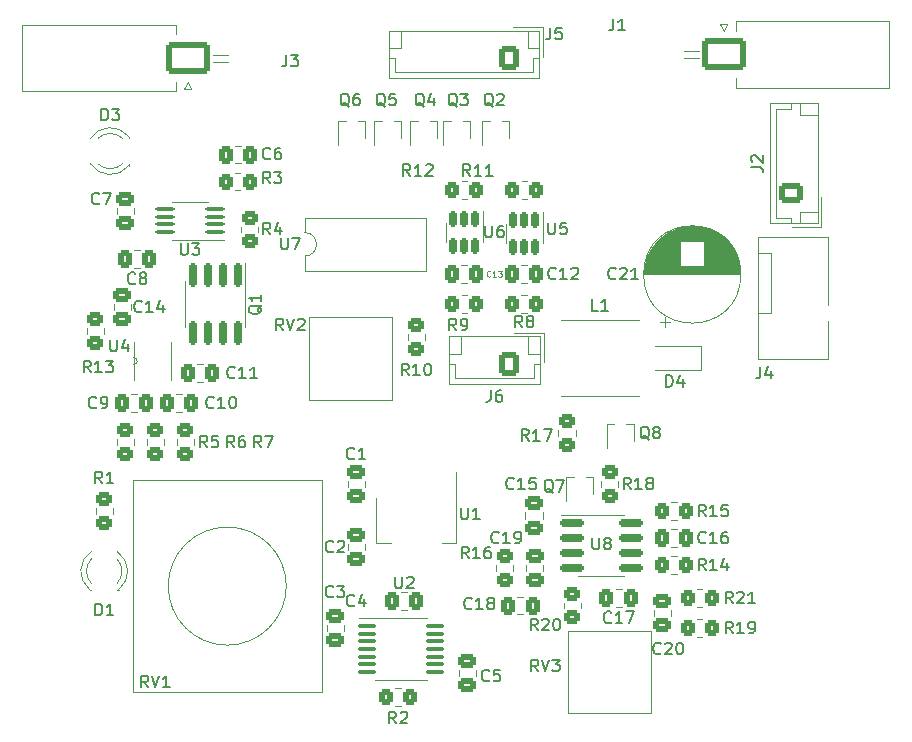
<source format=gto>
G04 #@! TF.GenerationSoftware,KiCad,Pcbnew,(6.0.5)*
G04 #@! TF.CreationDate,2023-08-18T19:29:43-04:00*
G04 #@! TF.ProjectId,Ki_PCB,4b695f50-4342-42e6-9b69-6361645f7063,rev?*
G04 #@! TF.SameCoordinates,Original*
G04 #@! TF.FileFunction,Legend,Top*
G04 #@! TF.FilePolarity,Positive*
%FSLAX46Y46*%
G04 Gerber Fmt 4.6, Leading zero omitted, Abs format (unit mm)*
G04 Created by KiCad (PCBNEW (6.0.5)) date 2023-08-18 19:29:43*
%MOMM*%
%LPD*%
G01*
G04 APERTURE LIST*
G04 Aperture macros list*
%AMRoundRect*
0 Rectangle with rounded corners*
0 $1 Rounding radius*
0 $2 $3 $4 $5 $6 $7 $8 $9 X,Y pos of 4 corners*
0 Add a 4 corners polygon primitive as box body*
4,1,4,$2,$3,$4,$5,$6,$7,$8,$9,$2,$3,0*
0 Add four circle primitives for the rounded corners*
1,1,$1+$1,$2,$3*
1,1,$1+$1,$4,$5*
1,1,$1+$1,$6,$7*
1,1,$1+$1,$8,$9*
0 Add four rect primitives between the rounded corners*
20,1,$1+$1,$2,$3,$4,$5,0*
20,1,$1+$1,$4,$5,$6,$7,0*
20,1,$1+$1,$6,$7,$8,$9,0*
20,1,$1+$1,$8,$9,$2,$3,0*%
G04 Aperture macros list end*
%ADD10C,0.150000*%
%ADD11C,0.050000*%
%ADD12C,0.120000*%
%ADD13C,0.100000*%
%ADD14RoundRect,0.150000X-0.150000X0.825000X-0.150000X-0.825000X0.150000X-0.825000X0.150000X0.825000X0*%
%ADD15RoundRect,0.100000X0.712500X0.100000X-0.712500X0.100000X-0.712500X-0.100000X0.712500X-0.100000X0*%
%ADD16RoundRect,0.250000X0.337500X0.475000X-0.337500X0.475000X-0.337500X-0.475000X0.337500X-0.475000X0*%
%ADD17RoundRect,0.250000X-0.450000X0.350000X-0.450000X-0.350000X0.450000X-0.350000X0.450000X0.350000X0*%
%ADD18RoundRect,0.250000X0.450000X-0.350000X0.450000X0.350000X-0.450000X0.350000X-0.450000X-0.350000X0*%
%ADD19RoundRect,0.150000X-0.825000X-0.150000X0.825000X-0.150000X0.825000X0.150000X-0.825000X0.150000X0*%
%ADD20RoundRect,0.250000X0.600000X0.750000X-0.600000X0.750000X-0.600000X-0.750000X0.600000X-0.750000X0*%
%ADD21O,1.700000X2.000000*%
%ADD22RoundRect,0.250000X0.475000X-0.337500X0.475000X0.337500X-0.475000X0.337500X-0.475000X-0.337500X0*%
%ADD23C,1.500000*%
%ADD24O,2.030000X1.730000*%
%ADD25R,2.030000X1.730000*%
%ADD26C,1.100000*%
%ADD27R,0.350000X0.850000*%
%ADD28R,2.400000X1.650000*%
%ADD29RoundRect,0.250000X-0.350000X-0.450000X0.350000X-0.450000X0.350000X0.450000X-0.350000X0.450000X0*%
%ADD30RoundRect,0.250000X-0.475000X0.337500X-0.475000X-0.337500X0.475000X-0.337500X0.475000X0.337500X0*%
%ADD31R,1.800000X1.800000*%
%ADD32C,1.800000*%
%ADD33C,1.000000*%
%ADD34C,2.250000*%
%ADD35R,0.450000X0.700000*%
%ADD36RoundRect,0.250000X-0.337500X-0.475000X0.337500X-0.475000X0.337500X0.475000X-0.337500X0.475000X0*%
%ADD37RoundRect,0.100000X-0.637500X-0.100000X0.637500X-0.100000X0.637500X0.100000X-0.637500X0.100000X0*%
%ADD38R,1.800000X5.700000*%
%ADD39R,1.600000X2.400000*%
%ADD40O,1.600000X2.400000*%
%ADD41RoundRect,0.250000X0.350000X0.450000X-0.350000X0.450000X-0.350000X-0.450000X0.350000X-0.450000X0*%
%ADD42R,1.200000X1.200000*%
%ADD43RoundRect,0.250000X0.725000X-0.600000X0.725000X0.600000X-0.725000X0.600000X-0.725000X-0.600000X0*%
%ADD44O,1.950000X1.700000*%
%ADD45RoundRect,0.150000X-0.150000X0.512500X-0.150000X-0.512500X0.150000X-0.512500X0.150000X0.512500X0*%
%ADD46O,3.700000X2.700000*%
%ADD47RoundRect,0.250001X-1.599999X1.099999X-1.599999X-1.099999X1.599999X-1.099999X1.599999X1.099999X0*%
%ADD48C,3.000000*%
%ADD49R,1.600000X1.600000*%
%ADD50C,1.600000*%
%ADD51R,1.500000X2.000000*%
%ADD52R,3.800000X2.000000*%
%ADD53RoundRect,0.250001X1.599999X-1.099999X1.599999X1.099999X-1.599999X1.099999X-1.599999X-1.099999X0*%
%ADD54RoundRect,0.250000X0.600000X0.725000X-0.600000X0.725000X-0.600000X-0.725000X0.600000X-0.725000X0*%
%ADD55O,1.700000X1.950000*%
G04 APERTURE END LIST*
D10*
X88342470Y-104063225D02*
X88294851Y-104158463D01*
X88199612Y-104253701D01*
X88056755Y-104396558D01*
X88009136Y-104491796D01*
X88009136Y-104587034D01*
X88247231Y-104539415D02*
X88199612Y-104634653D01*
X88104374Y-104729891D01*
X87913898Y-104777510D01*
X87580565Y-104777510D01*
X87390089Y-104729891D01*
X87294851Y-104634653D01*
X87247231Y-104539415D01*
X87247231Y-104348939D01*
X87294851Y-104253701D01*
X87390089Y-104158463D01*
X87580565Y-104110844D01*
X87913898Y-104110844D01*
X88104374Y-104158463D01*
X88199612Y-104253701D01*
X88247231Y-104348939D01*
X88247231Y-104539415D01*
X88247231Y-103158463D02*
X88247231Y-103729891D01*
X88247231Y-103444177D02*
X87247231Y-103444177D01*
X87390089Y-103539415D01*
X87485327Y-103634653D01*
X87532946Y-103729891D01*
X81479946Y-98800367D02*
X81479946Y-99609891D01*
X81527565Y-99705129D01*
X81575184Y-99752748D01*
X81670422Y-99800367D01*
X81860898Y-99800367D01*
X81956136Y-99752748D01*
X82003755Y-99705129D01*
X82051374Y-99609891D01*
X82051374Y-98800367D01*
X82432327Y-98800367D02*
X83051374Y-98800367D01*
X82718041Y-99181320D01*
X82860898Y-99181320D01*
X82956136Y-99228939D01*
X83003755Y-99276558D01*
X83051374Y-99371796D01*
X83051374Y-99609891D01*
X83003755Y-99705129D01*
X82956136Y-99752748D01*
X82860898Y-99800367D01*
X82575184Y-99800367D01*
X82479946Y-99752748D01*
X82432327Y-99705129D01*
X125915993Y-124137129D02*
X125868374Y-124184748D01*
X125725517Y-124232367D01*
X125630279Y-124232367D01*
X125487422Y-124184748D01*
X125392184Y-124089510D01*
X125344565Y-123994272D01*
X125296946Y-123803796D01*
X125296946Y-123660939D01*
X125344565Y-123470463D01*
X125392184Y-123375225D01*
X125487422Y-123279987D01*
X125630279Y-123232367D01*
X125725517Y-123232367D01*
X125868374Y-123279987D01*
X125915993Y-123327606D01*
X126868374Y-124232367D02*
X126296946Y-124232367D01*
X126582660Y-124232367D02*
X126582660Y-123232367D01*
X126487422Y-123375225D01*
X126392184Y-123470463D01*
X126296946Y-123518082D01*
X127725517Y-123232367D02*
X127535041Y-123232367D01*
X127439803Y-123279987D01*
X127392184Y-123327606D01*
X127296946Y-123470463D01*
X127249327Y-123660939D01*
X127249327Y-124041891D01*
X127296946Y-124137129D01*
X127344565Y-124184748D01*
X127439803Y-124232367D01*
X127630279Y-124232367D01*
X127725517Y-124184748D01*
X127773136Y-124137129D01*
X127820755Y-124041891D01*
X127820755Y-123803796D01*
X127773136Y-123708558D01*
X127725517Y-123660939D01*
X127630279Y-123613320D01*
X127439803Y-123613320D01*
X127344565Y-123660939D01*
X127296946Y-123708558D01*
X127249327Y-123803796D01*
X117914993Y-130895478D02*
X117867374Y-130943097D01*
X117724517Y-130990716D01*
X117629279Y-130990716D01*
X117486422Y-130943097D01*
X117391184Y-130847859D01*
X117343565Y-130752621D01*
X117295946Y-130562145D01*
X117295946Y-130419288D01*
X117343565Y-130228812D01*
X117391184Y-130133574D01*
X117486422Y-130038336D01*
X117629279Y-129990716D01*
X117724517Y-129990716D01*
X117867374Y-130038336D01*
X117914993Y-130085955D01*
X118867374Y-130990716D02*
X118295946Y-130990716D01*
X118581660Y-130990716D02*
X118581660Y-129990716D01*
X118486422Y-130133574D01*
X118391184Y-130228812D01*
X118295946Y-130276431D01*
X119200708Y-129990716D02*
X119867374Y-129990716D01*
X119438803Y-130990716D01*
X110929993Y-115559431D02*
X110596660Y-115083241D01*
X110358565Y-115559431D02*
X110358565Y-114559431D01*
X110739517Y-114559431D01*
X110834755Y-114607051D01*
X110882374Y-114654670D01*
X110929993Y-114749908D01*
X110929993Y-114892765D01*
X110882374Y-114988003D01*
X110834755Y-115035622D01*
X110739517Y-115083241D01*
X110358565Y-115083241D01*
X111882374Y-115559431D02*
X111310946Y-115559431D01*
X111596660Y-115559431D02*
X111596660Y-114559431D01*
X111501422Y-114702289D01*
X111406184Y-114797527D01*
X111310946Y-114845146D01*
X112215708Y-114559431D02*
X112882374Y-114559431D01*
X112453803Y-115559431D01*
X105849993Y-125502367D02*
X105516660Y-125026177D01*
X105278565Y-125502367D02*
X105278565Y-124502367D01*
X105659517Y-124502367D01*
X105754755Y-124549987D01*
X105802374Y-124597606D01*
X105849993Y-124692844D01*
X105849993Y-124835701D01*
X105802374Y-124930939D01*
X105754755Y-124978558D01*
X105659517Y-125026177D01*
X105278565Y-125026177D01*
X106802374Y-125502367D02*
X106230946Y-125502367D01*
X106516660Y-125502367D02*
X106516660Y-124502367D01*
X106421422Y-124645225D01*
X106326184Y-124740463D01*
X106230946Y-124788082D01*
X107659517Y-124502367D02*
X107469041Y-124502367D01*
X107373803Y-124549987D01*
X107326184Y-124597606D01*
X107230946Y-124740463D01*
X107183327Y-124930939D01*
X107183327Y-125311891D01*
X107230946Y-125407129D01*
X107278565Y-125454748D01*
X107373803Y-125502367D01*
X107564279Y-125502367D01*
X107659517Y-125454748D01*
X107707136Y-125407129D01*
X107754755Y-125311891D01*
X107754755Y-125073796D01*
X107707136Y-124978558D01*
X107659517Y-124930939D01*
X107564279Y-124883320D01*
X107373803Y-124883320D01*
X107278565Y-124930939D01*
X107230946Y-124978558D01*
X107183327Y-125073796D01*
X116333946Y-123740367D02*
X116333946Y-124549891D01*
X116381565Y-124645129D01*
X116429184Y-124692748D01*
X116524422Y-124740367D01*
X116714898Y-124740367D01*
X116810136Y-124692748D01*
X116857755Y-124645129D01*
X116905374Y-124549891D01*
X116905374Y-123740367D01*
X117524422Y-124168939D02*
X117429184Y-124121320D01*
X117381565Y-124073701D01*
X117333946Y-123978463D01*
X117333946Y-123930844D01*
X117381565Y-123835606D01*
X117429184Y-123787987D01*
X117524422Y-123740367D01*
X117714898Y-123740367D01*
X117810136Y-123787987D01*
X117857755Y-123835606D01*
X117905374Y-123930844D01*
X117905374Y-123978463D01*
X117857755Y-124073701D01*
X117810136Y-124121320D01*
X117714898Y-124168939D01*
X117524422Y-124168939D01*
X117429184Y-124216558D01*
X117381565Y-124264177D01*
X117333946Y-124359415D01*
X117333946Y-124549891D01*
X117381565Y-124645129D01*
X117429184Y-124692748D01*
X117524422Y-124740367D01*
X117714898Y-124740367D01*
X117810136Y-124692748D01*
X117857755Y-124645129D01*
X117905374Y-124549891D01*
X117905374Y-124359415D01*
X117857755Y-124264177D01*
X117810136Y-124216558D01*
X117714898Y-124168939D01*
X107703517Y-111254367D02*
X107703517Y-111968653D01*
X107655898Y-112111510D01*
X107560660Y-112206748D01*
X107417803Y-112254367D01*
X107322565Y-112254367D01*
X108608279Y-111254367D02*
X108417803Y-111254367D01*
X108322565Y-111301987D01*
X108274946Y-111349606D01*
X108179708Y-111492463D01*
X108132089Y-111682939D01*
X108132089Y-112063891D01*
X108179708Y-112159129D01*
X108227327Y-112206748D01*
X108322565Y-112254367D01*
X108513041Y-112254367D01*
X108608279Y-112206748D01*
X108655898Y-112159129D01*
X108703517Y-112063891D01*
X108703517Y-111825796D01*
X108655898Y-111730558D01*
X108608279Y-111682939D01*
X108513041Y-111635320D01*
X108322565Y-111635320D01*
X108227327Y-111682939D01*
X108179708Y-111730558D01*
X108132089Y-111825796D01*
X108389993Y-124137129D02*
X108342374Y-124184748D01*
X108199517Y-124232367D01*
X108104279Y-124232367D01*
X107961422Y-124184748D01*
X107866184Y-124089510D01*
X107818565Y-123994272D01*
X107770946Y-123803796D01*
X107770946Y-123660939D01*
X107818565Y-123470463D01*
X107866184Y-123375225D01*
X107961422Y-123279987D01*
X108104279Y-123232367D01*
X108199517Y-123232367D01*
X108342374Y-123279987D01*
X108389993Y-123327606D01*
X109342374Y-124232367D02*
X108770946Y-124232367D01*
X109056660Y-124232367D02*
X109056660Y-123232367D01*
X108961422Y-123375225D01*
X108866184Y-123470463D01*
X108770946Y-123518082D01*
X109818565Y-124232367D02*
X110009041Y-124232367D01*
X110104279Y-124184748D01*
X110151898Y-124137129D01*
X110247136Y-123994272D01*
X110294755Y-123803796D01*
X110294755Y-123422844D01*
X110247136Y-123327606D01*
X110199517Y-123279987D01*
X110104279Y-123232367D01*
X109913803Y-123232367D01*
X109818565Y-123279987D01*
X109770946Y-123327606D01*
X109723327Y-123422844D01*
X109723327Y-123660939D01*
X109770946Y-123756177D01*
X109818565Y-123803796D01*
X109913803Y-123851415D01*
X110104279Y-123851415D01*
X110199517Y-123803796D01*
X110247136Y-123756177D01*
X110294755Y-123660939D01*
X111739612Y-135065716D02*
X111406279Y-134589526D01*
X111168184Y-135065716D02*
X111168184Y-134065716D01*
X111549136Y-134065716D01*
X111644374Y-134113336D01*
X111691993Y-134160955D01*
X111739612Y-134256193D01*
X111739612Y-134399050D01*
X111691993Y-134494288D01*
X111644374Y-134541907D01*
X111549136Y-134589526D01*
X111168184Y-134589526D01*
X112025327Y-134065716D02*
X112358660Y-135065716D01*
X112691993Y-134065716D01*
X112930089Y-134065716D02*
X113549136Y-134065716D01*
X113215803Y-134446669D01*
X113358660Y-134446669D01*
X113453898Y-134494288D01*
X113501517Y-134541907D01*
X113549136Y-134637145D01*
X113549136Y-134875240D01*
X113501517Y-134970478D01*
X113453898Y-135018097D01*
X113358660Y-135065716D01*
X113072946Y-135065716D01*
X112977708Y-135018097D01*
X112930089Y-134970478D01*
X130543517Y-109262367D02*
X130543517Y-109976653D01*
X130495898Y-110119510D01*
X130400660Y-110214748D01*
X130257803Y-110262367D01*
X130162565Y-110262367D01*
X131448279Y-109595701D02*
X131448279Y-110262367D01*
X131210184Y-109214748D02*
X130972089Y-109929034D01*
X131591136Y-109929034D01*
X75504946Y-106976367D02*
X75504946Y-107785891D01*
X75552565Y-107881129D01*
X75600184Y-107928748D01*
X75695422Y-107976367D01*
X75885898Y-107976367D01*
X75981136Y-107928748D01*
X76028755Y-107881129D01*
X76076374Y-107785891D01*
X76076374Y-106976367D01*
X76981136Y-107309701D02*
X76981136Y-107976367D01*
X76743041Y-106928748D02*
X76504946Y-107643034D01*
X77123993Y-107643034D01*
X110390184Y-105944367D02*
X110056851Y-105468177D01*
X109818755Y-105944367D02*
X109818755Y-104944367D01*
X110199708Y-104944367D01*
X110294946Y-104991987D01*
X110342565Y-105039606D01*
X110390184Y-105134844D01*
X110390184Y-105277701D01*
X110342565Y-105372939D01*
X110294946Y-105420558D01*
X110199708Y-105468177D01*
X109818755Y-105468177D01*
X110961612Y-105372939D02*
X110866374Y-105325320D01*
X110818755Y-105277701D01*
X110771136Y-105182463D01*
X110771136Y-105134844D01*
X110818755Y-105039606D01*
X110866374Y-104991987D01*
X110961612Y-104944367D01*
X111152089Y-104944367D01*
X111247327Y-104991987D01*
X111294946Y-105039606D01*
X111342565Y-105134844D01*
X111342565Y-105182463D01*
X111294946Y-105277701D01*
X111247327Y-105325320D01*
X111152089Y-105372939D01*
X110961612Y-105372939D01*
X110866374Y-105420558D01*
X110818755Y-105468177D01*
X110771136Y-105563415D01*
X110771136Y-105753891D01*
X110818755Y-105849129D01*
X110866374Y-105896748D01*
X110961612Y-105944367D01*
X111152089Y-105944367D01*
X111247327Y-105896748D01*
X111294946Y-105849129D01*
X111342565Y-105753891D01*
X111342565Y-105563415D01*
X111294946Y-105468177D01*
X111247327Y-105420558D01*
X111152089Y-105372939D01*
X96166184Y-117025129D02*
X96118565Y-117072748D01*
X95975708Y-117120367D01*
X95880470Y-117120367D01*
X95737612Y-117072748D01*
X95642374Y-116977510D01*
X95594755Y-116882272D01*
X95547136Y-116691796D01*
X95547136Y-116548939D01*
X95594755Y-116358463D01*
X95642374Y-116263225D01*
X95737612Y-116167987D01*
X95880470Y-116120367D01*
X95975708Y-116120367D01*
X96118565Y-116167987D01*
X96166184Y-116215606D01*
X97118565Y-117120367D02*
X96547136Y-117120367D01*
X96832851Y-117120367D02*
X96832851Y-116120367D01*
X96737612Y-116263225D01*
X96642374Y-116358463D01*
X96547136Y-116406082D01*
X104802184Y-106198367D02*
X104468851Y-105722177D01*
X104230755Y-106198367D02*
X104230755Y-105198367D01*
X104611708Y-105198367D01*
X104706946Y-105245987D01*
X104754565Y-105293606D01*
X104802184Y-105388844D01*
X104802184Y-105531701D01*
X104754565Y-105626939D01*
X104706946Y-105674558D01*
X104611708Y-105722177D01*
X104230755Y-105722177D01*
X105278374Y-106198367D02*
X105468851Y-106198367D01*
X105564089Y-106150748D01*
X105611708Y-106103129D01*
X105706946Y-105960272D01*
X105754565Y-105769796D01*
X105754565Y-105388844D01*
X105706946Y-105293606D01*
X105659327Y-105245987D01*
X105564089Y-105198367D01*
X105373612Y-105198367D01*
X105278374Y-105245987D01*
X105230755Y-105293606D01*
X105183136Y-105388844D01*
X105183136Y-105626939D01*
X105230755Y-105722177D01*
X105278374Y-105769796D01*
X105373612Y-105817415D01*
X105564089Y-105817415D01*
X105659327Y-105769796D01*
X105706946Y-105722177D01*
X105754565Y-105626939D01*
X74258755Y-130328367D02*
X74258755Y-129328367D01*
X74496851Y-129328367D01*
X74639708Y-129375987D01*
X74734946Y-129471225D01*
X74782565Y-129566463D01*
X74830184Y-129756939D01*
X74830184Y-129899796D01*
X74782565Y-130090272D01*
X74734946Y-130185510D01*
X74639708Y-130280748D01*
X74496851Y-130328367D01*
X74258755Y-130328367D01*
X75782565Y-130328367D02*
X75211136Y-130328367D01*
X75496851Y-130328367D02*
X75496851Y-129328367D01*
X75401612Y-129471225D01*
X75306374Y-129566463D01*
X75211136Y-129614082D01*
X89054184Y-98070367D02*
X88720851Y-97594177D01*
X88482755Y-98070367D02*
X88482755Y-97070367D01*
X88863708Y-97070367D01*
X88958946Y-97117987D01*
X89006565Y-97165606D01*
X89054184Y-97260844D01*
X89054184Y-97403701D01*
X89006565Y-97498939D01*
X88958946Y-97546558D01*
X88863708Y-97594177D01*
X88482755Y-97594177D01*
X89911327Y-97403701D02*
X89911327Y-98070367D01*
X89673231Y-97022748D02*
X89435136Y-97737034D01*
X90054184Y-97737034D01*
X100769993Y-110008367D02*
X100436660Y-109532177D01*
X100198565Y-110008367D02*
X100198565Y-109008367D01*
X100579517Y-109008367D01*
X100674755Y-109055987D01*
X100722374Y-109103606D01*
X100769993Y-109198844D01*
X100769993Y-109341701D01*
X100722374Y-109436939D01*
X100674755Y-109484558D01*
X100579517Y-109532177D01*
X100198565Y-109532177D01*
X101722374Y-110008367D02*
X101150946Y-110008367D01*
X101436660Y-110008367D02*
X101436660Y-109008367D01*
X101341422Y-109151225D01*
X101246184Y-109246463D01*
X101150946Y-109294082D01*
X102341422Y-109008367D02*
X102436660Y-109008367D01*
X102531898Y-109055987D01*
X102579517Y-109103606D01*
X102627136Y-109198844D01*
X102674755Y-109389320D01*
X102674755Y-109627415D01*
X102627136Y-109817891D01*
X102579517Y-109913129D01*
X102531898Y-109960748D01*
X102436660Y-110008367D01*
X102341422Y-110008367D01*
X102246184Y-109960748D01*
X102198565Y-109913129D01*
X102150946Y-109817891D01*
X102103327Y-109627415D01*
X102103327Y-109389320D01*
X102150946Y-109198844D01*
X102198565Y-109103606D01*
X102246184Y-109055987D01*
X102341422Y-109008367D01*
X96166184Y-129471129D02*
X96118565Y-129518748D01*
X95975708Y-129566367D01*
X95880470Y-129566367D01*
X95737612Y-129518748D01*
X95642374Y-129423510D01*
X95594755Y-129328272D01*
X95547136Y-129137796D01*
X95547136Y-128994939D01*
X95594755Y-128804463D01*
X95642374Y-128709225D01*
X95737612Y-128613987D01*
X95880470Y-128566367D01*
X95975708Y-128566367D01*
X96118565Y-128613987D01*
X96166184Y-128661606D01*
X97023327Y-128899701D02*
X97023327Y-129566367D01*
X96785231Y-128518748D02*
X96547136Y-129233034D01*
X97166184Y-129233034D01*
X78719612Y-136424367D02*
X78386279Y-135948177D01*
X78148184Y-136424367D02*
X78148184Y-135424367D01*
X78529136Y-135424367D01*
X78624374Y-135471987D01*
X78671993Y-135519606D01*
X78719612Y-135614844D01*
X78719612Y-135757701D01*
X78671993Y-135852939D01*
X78624374Y-135900558D01*
X78529136Y-135948177D01*
X78148184Y-135948177D01*
X79005327Y-135424367D02*
X79338660Y-136424367D01*
X79671993Y-135424367D01*
X80529136Y-136424367D02*
X79957708Y-136424367D01*
X80243422Y-136424367D02*
X80243422Y-135424367D01*
X80148184Y-135567225D01*
X80052946Y-135662463D01*
X79957708Y-135710082D01*
X107921612Y-87243606D02*
X107826374Y-87195987D01*
X107731136Y-87100748D01*
X107588279Y-86957891D01*
X107493041Y-86910272D01*
X107397803Y-86910272D01*
X107445422Y-87148367D02*
X107350184Y-87100748D01*
X107254946Y-87005510D01*
X107207327Y-86815034D01*
X107207327Y-86481701D01*
X107254946Y-86291225D01*
X107350184Y-86195987D01*
X107445422Y-86148367D01*
X107635898Y-86148367D01*
X107731136Y-86195987D01*
X107826374Y-86291225D01*
X107873993Y-86481701D01*
X107873993Y-86815034D01*
X107826374Y-87005510D01*
X107731136Y-87100748D01*
X107635898Y-87148367D01*
X107445422Y-87148367D01*
X108254946Y-86243606D02*
X108302565Y-86195987D01*
X108397803Y-86148367D01*
X108635898Y-86148367D01*
X108731136Y-86195987D01*
X108778755Y-86243606D01*
X108826374Y-86338844D01*
X108826374Y-86434082D01*
X108778755Y-86576939D01*
X108207327Y-87148367D01*
X108826374Y-87148367D01*
X111691993Y-131598367D02*
X111358660Y-131122177D01*
X111120565Y-131598367D02*
X111120565Y-130598367D01*
X111501517Y-130598367D01*
X111596755Y-130645987D01*
X111644374Y-130693606D01*
X111691993Y-130788844D01*
X111691993Y-130931701D01*
X111644374Y-131026939D01*
X111596755Y-131074558D01*
X111501517Y-131122177D01*
X111120565Y-131122177D01*
X112072946Y-130693606D02*
X112120565Y-130645987D01*
X112215803Y-130598367D01*
X112453898Y-130598367D01*
X112549136Y-130645987D01*
X112596755Y-130693606D01*
X112644374Y-130788844D01*
X112644374Y-130884082D01*
X112596755Y-131026939D01*
X112025327Y-131598367D01*
X112644374Y-131598367D01*
X113263422Y-130598367D02*
X113358660Y-130598367D01*
X113453898Y-130645987D01*
X113501517Y-130693606D01*
X113549136Y-130788844D01*
X113596755Y-130979320D01*
X113596755Y-131217415D01*
X113549136Y-131407891D01*
X113501517Y-131503129D01*
X113453898Y-131550748D01*
X113358660Y-131598367D01*
X113263422Y-131598367D01*
X113168184Y-131550748D01*
X113120565Y-131503129D01*
X113072946Y-131407891D01*
X113025327Y-131217415D01*
X113025327Y-130979320D01*
X113072946Y-130788844D01*
X113120565Y-130693606D01*
X113168184Y-130645987D01*
X113263422Y-130598367D01*
X86037993Y-110167129D02*
X85990374Y-110214748D01*
X85847517Y-110262367D01*
X85752279Y-110262367D01*
X85609422Y-110214748D01*
X85514184Y-110119510D01*
X85466565Y-110024272D01*
X85418946Y-109833796D01*
X85418946Y-109690939D01*
X85466565Y-109500463D01*
X85514184Y-109405225D01*
X85609422Y-109309987D01*
X85752279Y-109262367D01*
X85847517Y-109262367D01*
X85990374Y-109309987D01*
X86037993Y-109357606D01*
X86990374Y-110262367D02*
X86418946Y-110262367D01*
X86704660Y-110262367D02*
X86704660Y-109262367D01*
X86609422Y-109405225D01*
X86514184Y-109500463D01*
X86418946Y-109548082D01*
X87942755Y-110262367D02*
X87371327Y-110262367D01*
X87657041Y-110262367D02*
X87657041Y-109262367D01*
X87561803Y-109405225D01*
X87466565Y-109500463D01*
X87371327Y-109548082D01*
X109659993Y-119565129D02*
X109612374Y-119612748D01*
X109469517Y-119660367D01*
X109374279Y-119660367D01*
X109231422Y-119612748D01*
X109136184Y-119517510D01*
X109088565Y-119422272D01*
X109040946Y-119231796D01*
X109040946Y-119088939D01*
X109088565Y-118898463D01*
X109136184Y-118803225D01*
X109231422Y-118707987D01*
X109374279Y-118660367D01*
X109469517Y-118660367D01*
X109612374Y-118707987D01*
X109659993Y-118755606D01*
X110612374Y-119660367D02*
X110040946Y-119660367D01*
X110326660Y-119660367D02*
X110326660Y-118660367D01*
X110231422Y-118803225D01*
X110136184Y-118898463D01*
X110040946Y-118946082D01*
X111517136Y-118660367D02*
X111040946Y-118660367D01*
X110993327Y-119136558D01*
X111040946Y-119088939D01*
X111136184Y-119041320D01*
X111374279Y-119041320D01*
X111469517Y-119088939D01*
X111517136Y-119136558D01*
X111564755Y-119231796D01*
X111564755Y-119469891D01*
X111517136Y-119565129D01*
X111469517Y-119612748D01*
X111374279Y-119660367D01*
X111136184Y-119660367D01*
X111040946Y-119612748D01*
X110993327Y-119565129D01*
X83720184Y-116104367D02*
X83386851Y-115628177D01*
X83148755Y-116104367D02*
X83148755Y-115104367D01*
X83529708Y-115104367D01*
X83624946Y-115151987D01*
X83672565Y-115199606D01*
X83720184Y-115294844D01*
X83720184Y-115437701D01*
X83672565Y-115532939D01*
X83624946Y-115580558D01*
X83529708Y-115628177D01*
X83148755Y-115628177D01*
X84624946Y-115104367D02*
X84148755Y-115104367D01*
X84101136Y-115580558D01*
X84148755Y-115532939D01*
X84243993Y-115485320D01*
X84482089Y-115485320D01*
X84577327Y-115532939D01*
X84624946Y-115580558D01*
X84672565Y-115675796D01*
X84672565Y-115913891D01*
X84624946Y-116009129D01*
X84577327Y-116056748D01*
X84482089Y-116104367D01*
X84243993Y-116104367D01*
X84148755Y-116056748D01*
X84101136Y-116009129D01*
X99634946Y-127042367D02*
X99634946Y-127851891D01*
X99682565Y-127947129D01*
X99730184Y-127994748D01*
X99825422Y-128042367D01*
X100015898Y-128042367D01*
X100111136Y-127994748D01*
X100158755Y-127947129D01*
X100206374Y-127851891D01*
X100206374Y-127042367D01*
X100634946Y-127137606D02*
X100682565Y-127089987D01*
X100777803Y-127042367D01*
X101015898Y-127042367D01*
X101111136Y-127089987D01*
X101158755Y-127137606D01*
X101206374Y-127232844D01*
X101206374Y-127328082D01*
X101158755Y-127470939D01*
X100587327Y-128042367D01*
X101206374Y-128042367D01*
X95729612Y-87243606D02*
X95634374Y-87195987D01*
X95539136Y-87100748D01*
X95396279Y-86957891D01*
X95301041Y-86910272D01*
X95205803Y-86910272D01*
X95253422Y-87148367D02*
X95158184Y-87100748D01*
X95062946Y-87005510D01*
X95015327Y-86815034D01*
X95015327Y-86481701D01*
X95062946Y-86291225D01*
X95158184Y-86195987D01*
X95253422Y-86148367D01*
X95443898Y-86148367D01*
X95539136Y-86195987D01*
X95634374Y-86291225D01*
X95681993Y-86481701D01*
X95681993Y-86815034D01*
X95634374Y-87005510D01*
X95539136Y-87100748D01*
X95443898Y-87148367D01*
X95253422Y-87148367D01*
X96539136Y-86148367D02*
X96348660Y-86148367D01*
X96253422Y-86195987D01*
X96205803Y-86243606D01*
X96110565Y-86386463D01*
X96062946Y-86576939D01*
X96062946Y-86957891D01*
X96110565Y-87053129D01*
X96158184Y-87100748D01*
X96253422Y-87148367D01*
X96443898Y-87148367D01*
X96539136Y-87100748D01*
X96586755Y-87053129D01*
X96634374Y-86957891D01*
X96634374Y-86719796D01*
X96586755Y-86624558D01*
X96539136Y-86576939D01*
X96443898Y-86529320D01*
X96253422Y-86529320D01*
X96158184Y-86576939D01*
X96110565Y-86624558D01*
X96062946Y-86719796D01*
D11*
X107695422Y-101606558D02*
X107671612Y-101630367D01*
X107600184Y-101654177D01*
X107552565Y-101654177D01*
X107481136Y-101630367D01*
X107433517Y-101582748D01*
X107409708Y-101535129D01*
X107385898Y-101439891D01*
X107385898Y-101368463D01*
X107409708Y-101273225D01*
X107433517Y-101225606D01*
X107481136Y-101177987D01*
X107552565Y-101154177D01*
X107600184Y-101154177D01*
X107671612Y-101177987D01*
X107695422Y-101201796D01*
X108171612Y-101654177D02*
X107885898Y-101654177D01*
X108028755Y-101654177D02*
X108028755Y-101154177D01*
X107981136Y-101225606D01*
X107933517Y-101273225D01*
X107885898Y-101297034D01*
X108338279Y-101154177D02*
X108647803Y-101154177D01*
X108481136Y-101344653D01*
X108552565Y-101344653D01*
X108600184Y-101368463D01*
X108623993Y-101392272D01*
X108647803Y-101439891D01*
X108647803Y-101558939D01*
X108623993Y-101606558D01*
X108600184Y-101630367D01*
X108552565Y-101654177D01*
X108409708Y-101654177D01*
X108362089Y-101630367D01*
X108338279Y-101606558D01*
D10*
X116784184Y-104540716D02*
X116307993Y-104540716D01*
X116307993Y-103540716D01*
X117641327Y-104540716D02*
X117069898Y-104540716D01*
X117355612Y-104540716D02*
X117355612Y-103540716D01*
X117260374Y-103683574D01*
X117165136Y-103778812D01*
X117069898Y-103826431D01*
X100896993Y-93118367D02*
X100563660Y-92642177D01*
X100325565Y-93118367D02*
X100325565Y-92118367D01*
X100706517Y-92118367D01*
X100801755Y-92165987D01*
X100849374Y-92213606D01*
X100896993Y-92308844D01*
X100896993Y-92451701D01*
X100849374Y-92546939D01*
X100801755Y-92594558D01*
X100706517Y-92642177D01*
X100325565Y-92642177D01*
X101849374Y-93118367D02*
X101277946Y-93118367D01*
X101563660Y-93118367D02*
X101563660Y-92118367D01*
X101468422Y-92261225D01*
X101373184Y-92356463D01*
X101277946Y-92404082D01*
X102230327Y-92213606D02*
X102277946Y-92165987D01*
X102373184Y-92118367D01*
X102611279Y-92118367D01*
X102706517Y-92165987D01*
X102754136Y-92213606D01*
X102801755Y-92308844D01*
X102801755Y-92404082D01*
X102754136Y-92546939D01*
X102182708Y-93118367D01*
X102801755Y-93118367D01*
X84259993Y-112707129D02*
X84212374Y-112754748D01*
X84069517Y-112802367D01*
X83974279Y-112802367D01*
X83831422Y-112754748D01*
X83736184Y-112659510D01*
X83688565Y-112564272D01*
X83640946Y-112373796D01*
X83640946Y-112230939D01*
X83688565Y-112040463D01*
X83736184Y-111945225D01*
X83831422Y-111849987D01*
X83974279Y-111802367D01*
X84069517Y-111802367D01*
X84212374Y-111849987D01*
X84259993Y-111897606D01*
X85212374Y-112802367D02*
X84640946Y-112802367D01*
X84926660Y-112802367D02*
X84926660Y-111802367D01*
X84831422Y-111945225D01*
X84736184Y-112040463D01*
X84640946Y-112088082D01*
X85831422Y-111802367D02*
X85926660Y-111802367D01*
X86021898Y-111849987D01*
X86069517Y-111897606D01*
X86117136Y-111992844D01*
X86164755Y-112183320D01*
X86164755Y-112421415D01*
X86117136Y-112611891D01*
X86069517Y-112707129D01*
X86021898Y-112754748D01*
X85926660Y-112802367D01*
X85831422Y-112802367D01*
X85736184Y-112754748D01*
X85688565Y-112707129D01*
X85640946Y-112611891D01*
X85593327Y-112421415D01*
X85593327Y-112183320D01*
X85640946Y-111992844D01*
X85688565Y-111897606D01*
X85736184Y-111849987D01*
X85831422Y-111802367D01*
X89982946Y-98340367D02*
X89982946Y-99149891D01*
X90030565Y-99245129D01*
X90078184Y-99292748D01*
X90173422Y-99340367D01*
X90363898Y-99340367D01*
X90459136Y-99292748D01*
X90506755Y-99245129D01*
X90554374Y-99149891D01*
X90554374Y-98340367D01*
X90935327Y-98340367D02*
X91601993Y-98340367D01*
X91173422Y-99340367D01*
X106103993Y-129725129D02*
X106056374Y-129772748D01*
X105913517Y-129820367D01*
X105818279Y-129820367D01*
X105675422Y-129772748D01*
X105580184Y-129677510D01*
X105532565Y-129582272D01*
X105484946Y-129391796D01*
X105484946Y-129248939D01*
X105532565Y-129058463D01*
X105580184Y-128963225D01*
X105675422Y-128867987D01*
X105818279Y-128820367D01*
X105913517Y-128820367D01*
X106056374Y-128867987D01*
X106103993Y-128915606D01*
X107056374Y-129820367D02*
X106484946Y-129820367D01*
X106770660Y-129820367D02*
X106770660Y-128820367D01*
X106675422Y-128963225D01*
X106580184Y-129058463D01*
X106484946Y-129106082D01*
X107627803Y-129248939D02*
X107532565Y-129201320D01*
X107484946Y-129153701D01*
X107437327Y-129058463D01*
X107437327Y-129010844D01*
X107484946Y-128915606D01*
X107532565Y-128867987D01*
X107627803Y-128820367D01*
X107818279Y-128820367D01*
X107913517Y-128867987D01*
X107961136Y-128915606D01*
X108008755Y-129010844D01*
X108008755Y-129058463D01*
X107961136Y-129153701D01*
X107913517Y-129201320D01*
X107818279Y-129248939D01*
X107627803Y-129248939D01*
X107532565Y-129296558D01*
X107484946Y-129344177D01*
X107437327Y-129439415D01*
X107437327Y-129629891D01*
X107484946Y-129725129D01*
X107532565Y-129772748D01*
X107627803Y-129820367D01*
X107818279Y-129820367D01*
X107913517Y-129772748D01*
X107961136Y-129725129D01*
X108008755Y-129629891D01*
X108008755Y-129439415D01*
X107961136Y-129344177D01*
X107913517Y-129296558D01*
X107818279Y-129248939D01*
X119565993Y-119658716D02*
X119232660Y-119182526D01*
X118994565Y-119658716D02*
X118994565Y-118658716D01*
X119375517Y-118658716D01*
X119470755Y-118706336D01*
X119518374Y-118753955D01*
X119565993Y-118849193D01*
X119565993Y-118992050D01*
X119518374Y-119087288D01*
X119470755Y-119134907D01*
X119375517Y-119182526D01*
X118994565Y-119182526D01*
X120518374Y-119658716D02*
X119946946Y-119658716D01*
X120232660Y-119658716D02*
X120232660Y-118658716D01*
X120137422Y-118801574D01*
X120042184Y-118896812D01*
X119946946Y-118944431D01*
X121089803Y-119087288D02*
X120994565Y-119039669D01*
X120946946Y-118992050D01*
X120899327Y-118896812D01*
X120899327Y-118849193D01*
X120946946Y-118753955D01*
X120994565Y-118706336D01*
X121089803Y-118658716D01*
X121280279Y-118658716D01*
X121375517Y-118706336D01*
X121423136Y-118753955D01*
X121470755Y-118849193D01*
X121470755Y-118896812D01*
X121423136Y-118992050D01*
X121375517Y-119039669D01*
X121280279Y-119087288D01*
X121089803Y-119087288D01*
X120994565Y-119134907D01*
X120946946Y-119182526D01*
X120899327Y-119277764D01*
X120899327Y-119468240D01*
X120946946Y-119563478D01*
X120994565Y-119611097D01*
X121089803Y-119658716D01*
X121280279Y-119658716D01*
X121375517Y-119611097D01*
X121423136Y-119563478D01*
X121470755Y-119468240D01*
X121470755Y-119277764D01*
X121423136Y-119182526D01*
X121375517Y-119134907D01*
X121280279Y-119087288D01*
X74576184Y-95435129D02*
X74528565Y-95482748D01*
X74385708Y-95530367D01*
X74290470Y-95530367D01*
X74147612Y-95482748D01*
X74052374Y-95387510D01*
X74004755Y-95292272D01*
X73957136Y-95101796D01*
X73957136Y-94958939D01*
X74004755Y-94768463D01*
X74052374Y-94673225D01*
X74147612Y-94577987D01*
X74290470Y-94530367D01*
X74385708Y-94530367D01*
X74528565Y-94577987D01*
X74576184Y-94625606D01*
X74909517Y-94530367D02*
X75576184Y-94530367D01*
X75147612Y-95530367D01*
X113001612Y-119930955D02*
X112906374Y-119883336D01*
X112811136Y-119788097D01*
X112668279Y-119645240D01*
X112573041Y-119597621D01*
X112477803Y-119597621D01*
X112525422Y-119835716D02*
X112430184Y-119788097D01*
X112334946Y-119692859D01*
X112287327Y-119502383D01*
X112287327Y-119169050D01*
X112334946Y-118978574D01*
X112430184Y-118883336D01*
X112525422Y-118835716D01*
X112715898Y-118835716D01*
X112811136Y-118883336D01*
X112906374Y-118978574D01*
X112953993Y-119169050D01*
X112953993Y-119502383D01*
X112906374Y-119692859D01*
X112811136Y-119788097D01*
X112715898Y-119835716D01*
X112525422Y-119835716D01*
X113287327Y-118835716D02*
X113953993Y-118835716D01*
X113525422Y-119835716D01*
X122105993Y-133535129D02*
X122058374Y-133582748D01*
X121915517Y-133630367D01*
X121820279Y-133630367D01*
X121677422Y-133582748D01*
X121582184Y-133487510D01*
X121534565Y-133392272D01*
X121486946Y-133201796D01*
X121486946Y-133058939D01*
X121534565Y-132868463D01*
X121582184Y-132773225D01*
X121677422Y-132677987D01*
X121820279Y-132630367D01*
X121915517Y-132630367D01*
X122058374Y-132677987D01*
X122105993Y-132725606D01*
X122486946Y-132725606D02*
X122534565Y-132677987D01*
X122629803Y-132630367D01*
X122867898Y-132630367D01*
X122963136Y-132677987D01*
X123010755Y-132725606D01*
X123058374Y-132820844D01*
X123058374Y-132916082D01*
X123010755Y-133058939D01*
X122439327Y-133630367D01*
X123058374Y-133630367D01*
X123677422Y-132630367D02*
X123772660Y-132630367D01*
X123867898Y-132677987D01*
X123915517Y-132725606D01*
X123963136Y-132820844D01*
X124010755Y-133011320D01*
X124010755Y-133249415D01*
X123963136Y-133439891D01*
X123915517Y-133535129D01*
X123867898Y-133582748D01*
X123772660Y-133630367D01*
X123677422Y-133630367D01*
X123582184Y-133582748D01*
X123534565Y-133535129D01*
X123486946Y-133439891D01*
X123439327Y-133249415D01*
X123439327Y-133011320D01*
X123486946Y-132820844D01*
X123534565Y-132725606D01*
X123582184Y-132677987D01*
X123677422Y-132630367D01*
X107596184Y-135821129D02*
X107548565Y-135868748D01*
X107405708Y-135916367D01*
X107310470Y-135916367D01*
X107167612Y-135868748D01*
X107072374Y-135773510D01*
X107024755Y-135678272D01*
X106977136Y-135487796D01*
X106977136Y-135344939D01*
X107024755Y-135154463D01*
X107072374Y-135059225D01*
X107167612Y-134963987D01*
X107310470Y-134916367D01*
X107405708Y-134916367D01*
X107548565Y-134963987D01*
X107596184Y-135011606D01*
X108500946Y-134916367D02*
X108024755Y-134916367D01*
X107977136Y-135392558D01*
X108024755Y-135344939D01*
X108119993Y-135297320D01*
X108358089Y-135297320D01*
X108453327Y-135344939D01*
X108500946Y-135392558D01*
X108548565Y-135487796D01*
X108548565Y-135725891D01*
X108500946Y-135821129D01*
X108453327Y-135868748D01*
X108358089Y-135916367D01*
X108119993Y-135916367D01*
X108024755Y-135868748D01*
X107977136Y-135821129D01*
X99706184Y-139472367D02*
X99372851Y-138996177D01*
X99134755Y-139472367D02*
X99134755Y-138472367D01*
X99515708Y-138472367D01*
X99610946Y-138519987D01*
X99658565Y-138567606D01*
X99706184Y-138662844D01*
X99706184Y-138805701D01*
X99658565Y-138900939D01*
X99610946Y-138948558D01*
X99515708Y-138996177D01*
X99134755Y-138996177D01*
X100087136Y-138567606D02*
X100134755Y-138519987D01*
X100229993Y-138472367D01*
X100468089Y-138472367D01*
X100563327Y-138519987D01*
X100610946Y-138567606D01*
X100658565Y-138662844D01*
X100658565Y-138758082D01*
X100610946Y-138900939D01*
X100039517Y-139472367D01*
X100658565Y-139472367D01*
X74322184Y-112707129D02*
X74274565Y-112754748D01*
X74131708Y-112802367D01*
X74036470Y-112802367D01*
X73893612Y-112754748D01*
X73798374Y-112659510D01*
X73750755Y-112564272D01*
X73703136Y-112373796D01*
X73703136Y-112230939D01*
X73750755Y-112040463D01*
X73798374Y-111945225D01*
X73893612Y-111849987D01*
X74036470Y-111802367D01*
X74131708Y-111802367D01*
X74274565Y-111849987D01*
X74322184Y-111897606D01*
X74798374Y-112802367D02*
X74988851Y-112802367D01*
X75084089Y-112754748D01*
X75131708Y-112707129D01*
X75226946Y-112564272D01*
X75274565Y-112373796D01*
X75274565Y-111992844D01*
X75226946Y-111897606D01*
X75179327Y-111849987D01*
X75084089Y-111802367D01*
X74893612Y-111802367D01*
X74798374Y-111849987D01*
X74750755Y-111897606D01*
X74703136Y-111992844D01*
X74703136Y-112230939D01*
X74750755Y-112326177D01*
X74798374Y-112373796D01*
X74893612Y-112421415D01*
X75084089Y-112421415D01*
X75179327Y-112373796D01*
X75226946Y-112326177D01*
X75274565Y-112230939D01*
X125915993Y-126518367D02*
X125582660Y-126042177D01*
X125344565Y-126518367D02*
X125344565Y-125518367D01*
X125725517Y-125518367D01*
X125820755Y-125565987D01*
X125868374Y-125613606D01*
X125915993Y-125708844D01*
X125915993Y-125851701D01*
X125868374Y-125946939D01*
X125820755Y-125994558D01*
X125725517Y-126042177D01*
X125344565Y-126042177D01*
X126868374Y-126518367D02*
X126296946Y-126518367D01*
X126582660Y-126518367D02*
X126582660Y-125518367D01*
X126487422Y-125661225D01*
X126392184Y-125756463D01*
X126296946Y-125804082D01*
X127725517Y-125851701D02*
X127725517Y-126518367D01*
X127487422Y-125470748D02*
X127249327Y-126185034D01*
X127868374Y-126185034D01*
X122562755Y-110990716D02*
X122562755Y-109990716D01*
X122800851Y-109990716D01*
X122943708Y-110038336D01*
X123038946Y-110133574D01*
X123086565Y-110228812D01*
X123134184Y-110419288D01*
X123134184Y-110562145D01*
X123086565Y-110752621D01*
X123038946Y-110847859D01*
X122943708Y-110943097D01*
X122800851Y-110990716D01*
X122562755Y-110990716D01*
X123991327Y-110324050D02*
X123991327Y-110990716D01*
X123753231Y-109943097D02*
X123515136Y-110657383D01*
X124134184Y-110657383D01*
X125915993Y-121946367D02*
X125582660Y-121470177D01*
X125344565Y-121946367D02*
X125344565Y-120946367D01*
X125725517Y-120946367D01*
X125820755Y-120993987D01*
X125868374Y-121041606D01*
X125915993Y-121136844D01*
X125915993Y-121279701D01*
X125868374Y-121374939D01*
X125820755Y-121422558D01*
X125725517Y-121470177D01*
X125344565Y-121470177D01*
X126868374Y-121946367D02*
X126296946Y-121946367D01*
X126582660Y-121946367D02*
X126582660Y-120946367D01*
X126487422Y-121089225D01*
X126392184Y-121184463D01*
X126296946Y-121232082D01*
X127773136Y-120946367D02*
X127296946Y-120946367D01*
X127249327Y-121422558D01*
X127296946Y-121374939D01*
X127392184Y-121327320D01*
X127630279Y-121327320D01*
X127725517Y-121374939D01*
X127773136Y-121422558D01*
X127820755Y-121517796D01*
X127820755Y-121755891D01*
X127773136Y-121851129D01*
X127725517Y-121898748D01*
X127630279Y-121946367D01*
X127392184Y-121946367D01*
X127296946Y-121898748D01*
X127249327Y-121851129D01*
X128201993Y-131852367D02*
X127868660Y-131376177D01*
X127630565Y-131852367D02*
X127630565Y-130852367D01*
X128011517Y-130852367D01*
X128106755Y-130899987D01*
X128154374Y-130947606D01*
X128201993Y-131042844D01*
X128201993Y-131185701D01*
X128154374Y-131280939D01*
X128106755Y-131328558D01*
X128011517Y-131376177D01*
X127630565Y-131376177D01*
X129154374Y-131852367D02*
X128582946Y-131852367D01*
X128868660Y-131852367D02*
X128868660Y-130852367D01*
X128773422Y-130995225D01*
X128678184Y-131090463D01*
X128582946Y-131138082D01*
X129630565Y-131852367D02*
X129821041Y-131852367D01*
X129916279Y-131804748D01*
X129963898Y-131757129D01*
X130059136Y-131614272D01*
X130106755Y-131423796D01*
X130106755Y-131042844D01*
X130059136Y-130947606D01*
X130011517Y-130899987D01*
X129916279Y-130852367D01*
X129725803Y-130852367D01*
X129630565Y-130899987D01*
X129582946Y-130947606D01*
X129535327Y-131042844D01*
X129535327Y-131280939D01*
X129582946Y-131376177D01*
X129630565Y-131423796D01*
X129725803Y-131471415D01*
X129916279Y-131471415D01*
X130011517Y-131423796D01*
X130059136Y-131376177D01*
X130106755Y-131280939D01*
X74830184Y-119152367D02*
X74496851Y-118676177D01*
X74258755Y-119152367D02*
X74258755Y-118152367D01*
X74639708Y-118152367D01*
X74734946Y-118199987D01*
X74782565Y-118247606D01*
X74830184Y-118342844D01*
X74830184Y-118485701D01*
X74782565Y-118580939D01*
X74734946Y-118628558D01*
X74639708Y-118676177D01*
X74258755Y-118676177D01*
X75782565Y-119152367D02*
X75211136Y-119152367D01*
X75496851Y-119152367D02*
X75496851Y-118152367D01*
X75401612Y-118295225D01*
X75306374Y-118390463D01*
X75211136Y-118438082D01*
X121129612Y-115437606D02*
X121034374Y-115389987D01*
X120939136Y-115294748D01*
X120796279Y-115151891D01*
X120701041Y-115104272D01*
X120605803Y-115104272D01*
X120653422Y-115342367D02*
X120558184Y-115294748D01*
X120462946Y-115199510D01*
X120415327Y-115009034D01*
X120415327Y-114675701D01*
X120462946Y-114485225D01*
X120558184Y-114389987D01*
X120653422Y-114342367D01*
X120843898Y-114342367D01*
X120939136Y-114389987D01*
X121034374Y-114485225D01*
X121081993Y-114675701D01*
X121081993Y-115009034D01*
X121034374Y-115199510D01*
X120939136Y-115294748D01*
X120843898Y-115342367D01*
X120653422Y-115342367D01*
X121653422Y-114770939D02*
X121558184Y-114723320D01*
X121510565Y-114675701D01*
X121462946Y-114580463D01*
X121462946Y-114532844D01*
X121510565Y-114437606D01*
X121558184Y-114389987D01*
X121653422Y-114342367D01*
X121843898Y-114342367D01*
X121939136Y-114389987D01*
X121986755Y-114437606D01*
X122034374Y-114532844D01*
X122034374Y-114580463D01*
X121986755Y-114675701D01*
X121939136Y-114723320D01*
X121843898Y-114770939D01*
X121653422Y-114770939D01*
X121558184Y-114818558D01*
X121510565Y-114866177D01*
X121462946Y-114961415D01*
X121462946Y-115151891D01*
X121510565Y-115247129D01*
X121558184Y-115294748D01*
X121653422Y-115342367D01*
X121843898Y-115342367D01*
X121939136Y-115294748D01*
X121986755Y-115247129D01*
X122034374Y-115151891D01*
X122034374Y-114961415D01*
X121986755Y-114866177D01*
X121939136Y-114818558D01*
X121843898Y-114770939D01*
X74766755Y-88418367D02*
X74766755Y-87418367D01*
X75004851Y-87418367D01*
X75147708Y-87465987D01*
X75242946Y-87561225D01*
X75290565Y-87656463D01*
X75338184Y-87846939D01*
X75338184Y-87989796D01*
X75290565Y-88180272D01*
X75242946Y-88275510D01*
X75147708Y-88370748D01*
X75004851Y-88418367D01*
X74766755Y-88418367D01*
X75671517Y-87418367D02*
X76290565Y-87418367D01*
X75957231Y-87799320D01*
X76100089Y-87799320D01*
X76195327Y-87846939D01*
X76242946Y-87894558D01*
X76290565Y-87989796D01*
X76290565Y-88227891D01*
X76242946Y-88323129D01*
X76195327Y-88370748D01*
X76100089Y-88418367D01*
X75814374Y-88418367D01*
X75719136Y-88370748D01*
X75671517Y-88323129D01*
X129769231Y-92363320D02*
X130483517Y-92363320D01*
X130626374Y-92410939D01*
X130721612Y-92506177D01*
X130769231Y-92649034D01*
X130769231Y-92744272D01*
X129864470Y-91934748D02*
X129816851Y-91887129D01*
X129769231Y-91791891D01*
X129769231Y-91553796D01*
X129816851Y-91458558D01*
X129864470Y-91410939D01*
X129959708Y-91363320D01*
X130054946Y-91363320D01*
X130197803Y-91410939D01*
X130769231Y-91982367D01*
X130769231Y-91363320D01*
X89054184Y-91625129D02*
X89006565Y-91672748D01*
X88863708Y-91720367D01*
X88768470Y-91720367D01*
X88625612Y-91672748D01*
X88530374Y-91577510D01*
X88482755Y-91482272D01*
X88435136Y-91291796D01*
X88435136Y-91148939D01*
X88482755Y-90958463D01*
X88530374Y-90863225D01*
X88625612Y-90767987D01*
X88768470Y-90720367D01*
X88863708Y-90720367D01*
X89006565Y-90767987D01*
X89054184Y-90815606D01*
X89911327Y-90720367D02*
X89720851Y-90720367D01*
X89625612Y-90767987D01*
X89577993Y-90815606D01*
X89482755Y-90958463D01*
X89435136Y-91148939D01*
X89435136Y-91529891D01*
X89482755Y-91625129D01*
X89530374Y-91672748D01*
X89625612Y-91720367D01*
X89816089Y-91720367D01*
X89911327Y-91672748D01*
X89958946Y-91625129D01*
X90006565Y-91529891D01*
X90006565Y-91291796D01*
X89958946Y-91196558D01*
X89911327Y-91148939D01*
X89816089Y-91101320D01*
X89625612Y-91101320D01*
X89530374Y-91148939D01*
X89482755Y-91196558D01*
X89435136Y-91291796D01*
X105976993Y-93118367D02*
X105643660Y-92642177D01*
X105405565Y-93118367D02*
X105405565Y-92118367D01*
X105786517Y-92118367D01*
X105881755Y-92165987D01*
X105929374Y-92213606D01*
X105976993Y-92308844D01*
X105976993Y-92451701D01*
X105929374Y-92546939D01*
X105881755Y-92594558D01*
X105786517Y-92642177D01*
X105405565Y-92642177D01*
X106929374Y-93118367D02*
X106357946Y-93118367D01*
X106643660Y-93118367D02*
X106643660Y-92118367D01*
X106548422Y-92261225D01*
X106453184Y-92356463D01*
X106357946Y-92404082D01*
X107881755Y-93118367D02*
X107310327Y-93118367D01*
X107596041Y-93118367D02*
X107596041Y-92118367D01*
X107500803Y-92261225D01*
X107405565Y-92356463D01*
X107310327Y-92404082D01*
X89054184Y-93752367D02*
X88720851Y-93276177D01*
X88482755Y-93752367D02*
X88482755Y-92752367D01*
X88863708Y-92752367D01*
X88958946Y-92799987D01*
X89006565Y-92847606D01*
X89054184Y-92942844D01*
X89054184Y-93085701D01*
X89006565Y-93180939D01*
X88958946Y-93228558D01*
X88863708Y-93276177D01*
X88482755Y-93276177D01*
X89387517Y-92752367D02*
X90006565Y-92752367D01*
X89673231Y-93133320D01*
X89816089Y-93133320D01*
X89911327Y-93180939D01*
X89958946Y-93228558D01*
X90006565Y-93323796D01*
X90006565Y-93561891D01*
X89958946Y-93657129D01*
X89911327Y-93704748D01*
X89816089Y-93752367D01*
X89530374Y-93752367D01*
X89435136Y-93704748D01*
X89387517Y-93657129D01*
X77624184Y-102195129D02*
X77576565Y-102242748D01*
X77433708Y-102290367D01*
X77338470Y-102290367D01*
X77195612Y-102242748D01*
X77100374Y-102147510D01*
X77052755Y-102052272D01*
X77005136Y-101861796D01*
X77005136Y-101718939D01*
X77052755Y-101528463D01*
X77100374Y-101433225D01*
X77195612Y-101337987D01*
X77338470Y-101290367D01*
X77433708Y-101290367D01*
X77576565Y-101337987D01*
X77624184Y-101385606D01*
X78195612Y-101718939D02*
X78100374Y-101671320D01*
X78052755Y-101623701D01*
X78005136Y-101528463D01*
X78005136Y-101480844D01*
X78052755Y-101385606D01*
X78100374Y-101337987D01*
X78195612Y-101290367D01*
X78386089Y-101290367D01*
X78481327Y-101337987D01*
X78528946Y-101385606D01*
X78576565Y-101480844D01*
X78576565Y-101528463D01*
X78528946Y-101623701D01*
X78481327Y-101671320D01*
X78386089Y-101718939D01*
X78195612Y-101718939D01*
X78100374Y-101766558D01*
X78052755Y-101814177D01*
X78005136Y-101909415D01*
X78005136Y-102099891D01*
X78052755Y-102195129D01*
X78100374Y-102242748D01*
X78195612Y-102290367D01*
X78386089Y-102290367D01*
X78481327Y-102242748D01*
X78528946Y-102195129D01*
X78576565Y-102099891D01*
X78576565Y-101909415D01*
X78528946Y-101814177D01*
X78481327Y-101766558D01*
X78386089Y-101718939D01*
X73845993Y-109754367D02*
X73512660Y-109278177D01*
X73274565Y-109754367D02*
X73274565Y-108754367D01*
X73655517Y-108754367D01*
X73750755Y-108801987D01*
X73798374Y-108849606D01*
X73845993Y-108944844D01*
X73845993Y-109087701D01*
X73798374Y-109182939D01*
X73750755Y-109230558D01*
X73655517Y-109278177D01*
X73274565Y-109278177D01*
X74798374Y-109754367D02*
X74226946Y-109754367D01*
X74512660Y-109754367D02*
X74512660Y-108754367D01*
X74417422Y-108897225D01*
X74322184Y-108992463D01*
X74226946Y-109040082D01*
X75131708Y-108754367D02*
X75750755Y-108754367D01*
X75417422Y-109135320D01*
X75560279Y-109135320D01*
X75655517Y-109182939D01*
X75703136Y-109230558D01*
X75750755Y-109325796D01*
X75750755Y-109563891D01*
X75703136Y-109659129D01*
X75655517Y-109706748D01*
X75560279Y-109754367D01*
X75274565Y-109754367D01*
X75179327Y-109706748D01*
X75131708Y-109659129D01*
X102079612Y-87243606D02*
X101984374Y-87195987D01*
X101889136Y-87100748D01*
X101746279Y-86957891D01*
X101651041Y-86910272D01*
X101555803Y-86910272D01*
X101603422Y-87148367D02*
X101508184Y-87100748D01*
X101412946Y-87005510D01*
X101365327Y-86815034D01*
X101365327Y-86481701D01*
X101412946Y-86291225D01*
X101508184Y-86195987D01*
X101603422Y-86148367D01*
X101793898Y-86148367D01*
X101889136Y-86195987D01*
X101984374Y-86291225D01*
X102031993Y-86481701D01*
X102031993Y-86815034D01*
X101984374Y-87005510D01*
X101889136Y-87100748D01*
X101793898Y-87148367D01*
X101603422Y-87148367D01*
X102889136Y-86481701D02*
X102889136Y-87148367D01*
X102651041Y-86100748D02*
X102412946Y-86815034D01*
X103031993Y-86815034D01*
X104873612Y-87243606D02*
X104778374Y-87195987D01*
X104683136Y-87100748D01*
X104540279Y-86957891D01*
X104445041Y-86910272D01*
X104349803Y-86910272D01*
X104397422Y-87148367D02*
X104302184Y-87100748D01*
X104206946Y-87005510D01*
X104159327Y-86815034D01*
X104159327Y-86481701D01*
X104206946Y-86291225D01*
X104302184Y-86195987D01*
X104397422Y-86148367D01*
X104587898Y-86148367D01*
X104683136Y-86195987D01*
X104778374Y-86291225D01*
X104825993Y-86481701D01*
X104825993Y-86815034D01*
X104778374Y-87005510D01*
X104683136Y-87100748D01*
X104587898Y-87148367D01*
X104397422Y-87148367D01*
X105159327Y-86148367D02*
X105778374Y-86148367D01*
X105445041Y-86529320D01*
X105587898Y-86529320D01*
X105683136Y-86576939D01*
X105730755Y-86624558D01*
X105778374Y-86719796D01*
X105778374Y-86957891D01*
X105730755Y-87053129D01*
X105683136Y-87100748D01*
X105587898Y-87148367D01*
X105302184Y-87148367D01*
X105206946Y-87100748D01*
X105159327Y-87053129D01*
X98777612Y-87243606D02*
X98682374Y-87195987D01*
X98587136Y-87100748D01*
X98444279Y-86957891D01*
X98349041Y-86910272D01*
X98253803Y-86910272D01*
X98301422Y-87148367D02*
X98206184Y-87100748D01*
X98110946Y-87005510D01*
X98063327Y-86815034D01*
X98063327Y-86481701D01*
X98110946Y-86291225D01*
X98206184Y-86195987D01*
X98301422Y-86148367D01*
X98491898Y-86148367D01*
X98587136Y-86195987D01*
X98682374Y-86291225D01*
X98729993Y-86481701D01*
X98729993Y-86815034D01*
X98682374Y-87005510D01*
X98587136Y-87100748D01*
X98491898Y-87148367D01*
X98301422Y-87148367D01*
X99634755Y-86148367D02*
X99158565Y-86148367D01*
X99110946Y-86624558D01*
X99158565Y-86576939D01*
X99253803Y-86529320D01*
X99491898Y-86529320D01*
X99587136Y-86576939D01*
X99634755Y-86624558D01*
X99682374Y-86719796D01*
X99682374Y-86957891D01*
X99634755Y-87053129D01*
X99587136Y-87100748D01*
X99491898Y-87148367D01*
X99253803Y-87148367D01*
X99158565Y-87100748D01*
X99110946Y-87053129D01*
X94388184Y-128709129D02*
X94340565Y-128756748D01*
X94197708Y-128804367D01*
X94102470Y-128804367D01*
X93959612Y-128756748D01*
X93864374Y-128661510D01*
X93816755Y-128566272D01*
X93769136Y-128375796D01*
X93769136Y-128232939D01*
X93816755Y-128042463D01*
X93864374Y-127947225D01*
X93959612Y-127851987D01*
X94102470Y-127804367D01*
X94197708Y-127804367D01*
X94340565Y-127851987D01*
X94388184Y-127899606D01*
X94721517Y-127804367D02*
X95340565Y-127804367D01*
X95007231Y-128185320D01*
X95150089Y-128185320D01*
X95245327Y-128232939D01*
X95292946Y-128280558D01*
X95340565Y-128375796D01*
X95340565Y-128613891D01*
X95292946Y-128709129D01*
X95245327Y-128756748D01*
X95150089Y-128804367D01*
X94864374Y-128804367D01*
X94769136Y-128756748D01*
X94721517Y-128709129D01*
X88292184Y-116104367D02*
X87958851Y-115628177D01*
X87720755Y-116104367D02*
X87720755Y-115104367D01*
X88101708Y-115104367D01*
X88196946Y-115151987D01*
X88244565Y-115199606D01*
X88292184Y-115294844D01*
X88292184Y-115437701D01*
X88244565Y-115532939D01*
X88196946Y-115580558D01*
X88101708Y-115628177D01*
X87720755Y-115628177D01*
X88625517Y-115104367D02*
X89292184Y-115104367D01*
X88863612Y-116104367D01*
X78163993Y-104579129D02*
X78116374Y-104626748D01*
X77973517Y-104674367D01*
X77878279Y-104674367D01*
X77735422Y-104626748D01*
X77640184Y-104531510D01*
X77592565Y-104436272D01*
X77544946Y-104245796D01*
X77544946Y-104102939D01*
X77592565Y-103912463D01*
X77640184Y-103817225D01*
X77735422Y-103721987D01*
X77878279Y-103674367D01*
X77973517Y-103674367D01*
X78116374Y-103721987D01*
X78163993Y-103769606D01*
X79116374Y-104674367D02*
X78544946Y-104674367D01*
X78830660Y-104674367D02*
X78830660Y-103674367D01*
X78735422Y-103817225D01*
X78640184Y-103912463D01*
X78544946Y-103960082D01*
X79973517Y-104007701D02*
X79973517Y-104674367D01*
X79735422Y-103626748D02*
X79497327Y-104341034D01*
X80116374Y-104341034D01*
X112588946Y-97070367D02*
X112588946Y-97879891D01*
X112636565Y-97975129D01*
X112684184Y-98022748D01*
X112779422Y-98070367D01*
X112969898Y-98070367D01*
X113065136Y-98022748D01*
X113112755Y-97975129D01*
X113160374Y-97879891D01*
X113160374Y-97070367D01*
X114112755Y-97070367D02*
X113636565Y-97070367D01*
X113588946Y-97546558D01*
X113636565Y-97498939D01*
X113731803Y-97451320D01*
X113969898Y-97451320D01*
X114065136Y-97498939D01*
X114112755Y-97546558D01*
X114160374Y-97641796D01*
X114160374Y-97879891D01*
X114112755Y-97975129D01*
X114065136Y-98022748D01*
X113969898Y-98070367D01*
X113731803Y-98070367D01*
X113636565Y-98022748D01*
X113588946Y-97975129D01*
X113215993Y-101785129D02*
X113168374Y-101832748D01*
X113025517Y-101880367D01*
X112930279Y-101880367D01*
X112787422Y-101832748D01*
X112692184Y-101737510D01*
X112644565Y-101642272D01*
X112596946Y-101451796D01*
X112596946Y-101308939D01*
X112644565Y-101118463D01*
X112692184Y-101023225D01*
X112787422Y-100927987D01*
X112930279Y-100880367D01*
X113025517Y-100880367D01*
X113168374Y-100927987D01*
X113215993Y-100975606D01*
X114168374Y-101880367D02*
X113596946Y-101880367D01*
X113882660Y-101880367D02*
X113882660Y-100880367D01*
X113787422Y-101023225D01*
X113692184Y-101118463D01*
X113596946Y-101166082D01*
X114549327Y-100975606D02*
X114596946Y-100927987D01*
X114692184Y-100880367D01*
X114930279Y-100880367D01*
X115025517Y-100927987D01*
X115073136Y-100975606D01*
X115120755Y-101070844D01*
X115120755Y-101166082D01*
X115073136Y-101308939D01*
X114501708Y-101880367D01*
X115120755Y-101880367D01*
X86006184Y-116104367D02*
X85672851Y-115628177D01*
X85434755Y-116104367D02*
X85434755Y-115104367D01*
X85815708Y-115104367D01*
X85910946Y-115151987D01*
X85958565Y-115199606D01*
X86006184Y-115294844D01*
X86006184Y-115437701D01*
X85958565Y-115532939D01*
X85910946Y-115580558D01*
X85815708Y-115628177D01*
X85434755Y-115628177D01*
X86863327Y-115104367D02*
X86672851Y-115104367D01*
X86577612Y-115151987D01*
X86529993Y-115199606D01*
X86434755Y-115342463D01*
X86387136Y-115532939D01*
X86387136Y-115913891D01*
X86434755Y-116009129D01*
X86482374Y-116056748D01*
X86577612Y-116104367D01*
X86768089Y-116104367D01*
X86863327Y-116056748D01*
X86910946Y-116009129D01*
X86958565Y-115913891D01*
X86958565Y-115675796D01*
X86910946Y-115580558D01*
X86863327Y-115532939D01*
X86768089Y-115485320D01*
X86577612Y-115485320D01*
X86482374Y-115532939D01*
X86434755Y-115580558D01*
X86387136Y-115675796D01*
X90149612Y-106198367D02*
X89816279Y-105722177D01*
X89578184Y-106198367D02*
X89578184Y-105198367D01*
X89959136Y-105198367D01*
X90054374Y-105245987D01*
X90101993Y-105293606D01*
X90149612Y-105388844D01*
X90149612Y-105531701D01*
X90101993Y-105626939D01*
X90054374Y-105674558D01*
X89959136Y-105722177D01*
X89578184Y-105722177D01*
X90435327Y-105198367D02*
X90768660Y-106198367D01*
X91101993Y-105198367D01*
X91387708Y-105293606D02*
X91435327Y-105245987D01*
X91530565Y-105198367D01*
X91768660Y-105198367D01*
X91863898Y-105245987D01*
X91911517Y-105293606D01*
X91959136Y-105388844D01*
X91959136Y-105484082D01*
X91911517Y-105626939D01*
X91340089Y-106198367D01*
X91959136Y-106198367D01*
X118097517Y-79798367D02*
X118097517Y-80512653D01*
X118049898Y-80655510D01*
X117954660Y-80750748D01*
X117811803Y-80798367D01*
X117716565Y-80798367D01*
X119097517Y-80798367D02*
X118526089Y-80798367D01*
X118811803Y-80798367D02*
X118811803Y-79798367D01*
X118716565Y-79941225D01*
X118621327Y-80036463D01*
X118526089Y-80084082D01*
X118295993Y-101785129D02*
X118248374Y-101832748D01*
X118105517Y-101880367D01*
X118010279Y-101880367D01*
X117867422Y-101832748D01*
X117772184Y-101737510D01*
X117724565Y-101642272D01*
X117676946Y-101451796D01*
X117676946Y-101308939D01*
X117724565Y-101118463D01*
X117772184Y-101023225D01*
X117867422Y-100927987D01*
X118010279Y-100880367D01*
X118105517Y-100880367D01*
X118248374Y-100927987D01*
X118295993Y-100975606D01*
X118676946Y-100975606D02*
X118724565Y-100927987D01*
X118819803Y-100880367D01*
X119057898Y-100880367D01*
X119153136Y-100927987D01*
X119200755Y-100975606D01*
X119248374Y-101070844D01*
X119248374Y-101166082D01*
X119200755Y-101308939D01*
X118629327Y-101880367D01*
X119248374Y-101880367D01*
X120200755Y-101880367D02*
X119629327Y-101880367D01*
X119915041Y-101880367D02*
X119915041Y-100880367D01*
X119819803Y-101023225D01*
X119724565Y-101118463D01*
X119629327Y-101166082D01*
X105222946Y-121200367D02*
X105222946Y-122009891D01*
X105270565Y-122105129D01*
X105318184Y-122152748D01*
X105413422Y-122200367D01*
X105603898Y-122200367D01*
X105699136Y-122152748D01*
X105746755Y-122105129D01*
X105794374Y-122009891D01*
X105794374Y-121200367D01*
X106794374Y-122200367D02*
X106222946Y-122200367D01*
X106508660Y-122200367D02*
X106508660Y-121200367D01*
X106413422Y-121343225D01*
X106318184Y-121438463D01*
X106222946Y-121486082D01*
X94388184Y-124899129D02*
X94340565Y-124946748D01*
X94197708Y-124994367D01*
X94102470Y-124994367D01*
X93959612Y-124946748D01*
X93864374Y-124851510D01*
X93816755Y-124756272D01*
X93769136Y-124565796D01*
X93769136Y-124422939D01*
X93816755Y-124232463D01*
X93864374Y-124137225D01*
X93959612Y-124041987D01*
X94102470Y-123994367D01*
X94197708Y-123994367D01*
X94340565Y-124041987D01*
X94388184Y-124089606D01*
X94769136Y-124089606D02*
X94816755Y-124041987D01*
X94911993Y-123994367D01*
X95150089Y-123994367D01*
X95245327Y-124041987D01*
X95292946Y-124089606D01*
X95340565Y-124184844D01*
X95340565Y-124280082D01*
X95292946Y-124422939D01*
X94721517Y-124994367D01*
X95340565Y-124994367D01*
X107254946Y-97324367D02*
X107254946Y-98133891D01*
X107302565Y-98229129D01*
X107350184Y-98276748D01*
X107445422Y-98324367D01*
X107635898Y-98324367D01*
X107731136Y-98276748D01*
X107778755Y-98229129D01*
X107826374Y-98133891D01*
X107826374Y-97324367D01*
X108731136Y-97324367D02*
X108540660Y-97324367D01*
X108445422Y-97371987D01*
X108397803Y-97419606D01*
X108302565Y-97562463D01*
X108254946Y-97752939D01*
X108254946Y-98133891D01*
X108302565Y-98229129D01*
X108350184Y-98276748D01*
X108445422Y-98324367D01*
X108635898Y-98324367D01*
X108731136Y-98276748D01*
X108778755Y-98229129D01*
X108826374Y-98133891D01*
X108826374Y-97895796D01*
X108778755Y-97800558D01*
X108731136Y-97752939D01*
X108635898Y-97705320D01*
X108445422Y-97705320D01*
X108350184Y-97752939D01*
X108302565Y-97800558D01*
X108254946Y-97895796D01*
X128201993Y-129312367D02*
X127868660Y-128836177D01*
X127630565Y-129312367D02*
X127630565Y-128312367D01*
X128011517Y-128312367D01*
X128106755Y-128359987D01*
X128154374Y-128407606D01*
X128201993Y-128502844D01*
X128201993Y-128645701D01*
X128154374Y-128740939D01*
X128106755Y-128788558D01*
X128011517Y-128836177D01*
X127630565Y-128836177D01*
X128582946Y-128407606D02*
X128630565Y-128359987D01*
X128725803Y-128312367D01*
X128963898Y-128312367D01*
X129059136Y-128359987D01*
X129106755Y-128407606D01*
X129154374Y-128502844D01*
X129154374Y-128598082D01*
X129106755Y-128740939D01*
X128535327Y-129312367D01*
X129154374Y-129312367D01*
X130106755Y-129312367D02*
X129535327Y-129312367D01*
X129821041Y-129312367D02*
X129821041Y-128312367D01*
X129725803Y-128455225D01*
X129630565Y-128550463D01*
X129535327Y-128598082D01*
X90411517Y-82846367D02*
X90411517Y-83560653D01*
X90363898Y-83703510D01*
X90268660Y-83798748D01*
X90125803Y-83846367D01*
X90030565Y-83846367D01*
X90792470Y-82846367D02*
X91411517Y-82846367D01*
X91078184Y-83227320D01*
X91221041Y-83227320D01*
X91316279Y-83274939D01*
X91363898Y-83322558D01*
X91411517Y-83417796D01*
X91411517Y-83655891D01*
X91363898Y-83751129D01*
X91316279Y-83798748D01*
X91221041Y-83846367D01*
X90935327Y-83846367D01*
X90840089Y-83798748D01*
X90792470Y-83751129D01*
X112763517Y-80560367D02*
X112763517Y-81274653D01*
X112715898Y-81417510D01*
X112620660Y-81512748D01*
X112477803Y-81560367D01*
X112382565Y-81560367D01*
X113715898Y-80560367D02*
X113239708Y-80560367D01*
X113192089Y-81036558D01*
X113239708Y-80988939D01*
X113334946Y-80941320D01*
X113573041Y-80941320D01*
X113668279Y-80988939D01*
X113715898Y-81036558D01*
X113763517Y-81131796D01*
X113763517Y-81369891D01*
X113715898Y-81465129D01*
X113668279Y-81512748D01*
X113573041Y-81560367D01*
X113334946Y-81560367D01*
X113239708Y-81512748D01*
X113192089Y-81465129D01*
D12*
X86954851Y-103967987D02*
X86954851Y-105917987D01*
X81834851Y-103967987D02*
X81834851Y-105917987D01*
X86954851Y-103967987D02*
X86954851Y-100517987D01*
X81834851Y-103967987D02*
X81834851Y-102017987D01*
X82241851Y-98507987D02*
X85166851Y-98507987D01*
X82241851Y-95287987D02*
X80741851Y-95287987D01*
X82241851Y-95287987D02*
X83741851Y-95287987D01*
X82241851Y-98507987D02*
X80741851Y-98507987D01*
X123502103Y-123043336D02*
X122979599Y-123043336D01*
X123502103Y-124513336D02*
X122979599Y-124513336D01*
X118819103Y-129593336D02*
X118296599Y-129593336D01*
X118819103Y-128123336D02*
X118296599Y-128123336D01*
X113451851Y-114652923D02*
X113451851Y-115107051D01*
X114921851Y-114652923D02*
X114921851Y-115107051D01*
X109640851Y-126545400D02*
X109640851Y-126091272D01*
X108170851Y-126545400D02*
X108170851Y-126091272D01*
X117095851Y-121853336D02*
X113645851Y-121853336D01*
X117095851Y-121853336D02*
X119045851Y-121853336D01*
X117095851Y-126973336D02*
X115145851Y-126973336D01*
X117095851Y-126973336D02*
X119045851Y-126973336D01*
X105176851Y-108191987D02*
X105176851Y-106691987D01*
X110896851Y-108191987D02*
X110896851Y-106691987D01*
X104176851Y-110711987D02*
X111896851Y-110711987D01*
X111396851Y-109001987D02*
X111396851Y-110211987D01*
X112196851Y-106391987D02*
X109696851Y-106391987D01*
X111896851Y-106691987D02*
X104176851Y-106691987D01*
X111896851Y-110711987D02*
X111896851Y-106691987D01*
X112196851Y-108891987D02*
X112196851Y-106391987D01*
X111896851Y-108191987D02*
X110896851Y-108191987D01*
X111396851Y-110211987D02*
X104676851Y-110211987D01*
X104676851Y-109001987D02*
X104176851Y-109001987D01*
X111896851Y-109001987D02*
X111396851Y-109001987D01*
X104176851Y-106691987D02*
X104176851Y-110711987D01*
X104676851Y-110211987D02*
X104676851Y-109001987D01*
X104176851Y-108191987D02*
X105176851Y-108191987D01*
X110710851Y-126579588D02*
X110710851Y-126057084D01*
X112180851Y-126579588D02*
X112180851Y-126057084D01*
X121295851Y-131613336D02*
X114295851Y-131613336D01*
X114295851Y-131613336D02*
X114295851Y-138613336D01*
X114295851Y-138613336D02*
X121295851Y-138613336D01*
X121295851Y-138613336D02*
X121295851Y-131613336D01*
X136316851Y-98299987D02*
X136316851Y-104049987D01*
X131426851Y-104729987D02*
X130416851Y-104729987D01*
X130416851Y-99649987D02*
X131426851Y-99649987D01*
X131426851Y-99649987D02*
X131426851Y-104729987D01*
X136266851Y-108599987D02*
X130316851Y-108599987D01*
X136266851Y-105399987D02*
X136266851Y-108599987D01*
X130316851Y-108599987D02*
X130316851Y-98299987D01*
X130316851Y-98299987D02*
X136316851Y-98299987D01*
X77485852Y-107218988D02*
X77485852Y-110368986D01*
X80635850Y-110368986D02*
X80635850Y-107218988D01*
D13*
X77485852Y-109098787D02*
G75*
G03*
X77485852Y-108489187I0J304800D01*
G01*
D12*
X110313787Y-103232987D02*
X110767915Y-103232987D01*
X110313787Y-104702987D02*
X110767915Y-104702987D01*
X97067851Y-118946735D02*
X97067851Y-119469239D01*
X95597851Y-118946735D02*
X95597851Y-119469239D01*
X105249787Y-103232987D02*
X105703915Y-103232987D01*
X105249787Y-104702987D02*
X105703915Y-104702987D01*
X76076851Y-128138987D02*
X76232851Y-128138987D01*
X73760851Y-128138987D02*
X73916851Y-128138987D01*
X73917014Y-125537857D02*
G75*
G03*
X73916851Y-127619948I1079837J-1041130D01*
G01*
X76232367Y-128138987D02*
G75*
G03*
X76075459Y-124906652I-1235516J1560000D01*
G01*
X76076851Y-127619948D02*
G75*
G03*
X76076688Y-125537857I-1080000J1040961D01*
G01*
X73918243Y-124906652D02*
G75*
G03*
X73761335Y-128138987I1078608J-1672335D01*
G01*
X88056851Y-97887051D02*
X88056851Y-97432923D01*
X86586851Y-97887051D02*
X86586851Y-97432923D01*
X102147851Y-106989051D02*
X102147851Y-106534923D01*
X100677851Y-106989051D02*
X100677851Y-106534923D01*
X100658103Y-128378987D02*
X100135599Y-128378987D01*
X100658103Y-129848987D02*
X100135599Y-129848987D01*
X77410851Y-118843487D02*
X93410851Y-118843487D01*
X77410851Y-136843487D02*
X77410851Y-118843487D01*
X93410851Y-136843487D02*
X93410851Y-118843487D01*
X93410851Y-136843487D02*
X77410851Y-136843487D01*
X90410851Y-127843487D02*
G75*
G03*
X90410851Y-127843487I-5000000J0D01*
G01*
X106983851Y-88505987D02*
X107643851Y-88505987D01*
X109303851Y-89915987D02*
X109303851Y-88505987D01*
X108643851Y-88505987D02*
X109303851Y-88505987D01*
X106983851Y-88505987D02*
X106983851Y-90535987D01*
X115355851Y-129266272D02*
X115355851Y-129720400D01*
X113885851Y-129266272D02*
X113885851Y-129720400D01*
X82863599Y-109074987D02*
X83386103Y-109074987D01*
X82863599Y-110544987D02*
X83386103Y-110544987D01*
X112115851Y-121612084D02*
X112115851Y-122134588D01*
X110645851Y-121612084D02*
X110645851Y-122134588D01*
X76039851Y-115424923D02*
X76039851Y-115879051D01*
X77509851Y-115424923D02*
X77509851Y-115879051D01*
X100142851Y-135787987D02*
X102342851Y-135787987D01*
X100142851Y-130567987D02*
X102342851Y-130567987D01*
X100142851Y-130567987D02*
X96542851Y-130567987D01*
X100142851Y-135787987D02*
X97942851Y-135787987D01*
X96451851Y-88505987D02*
X97111851Y-88505987D01*
X94791851Y-88505987D02*
X94791851Y-90535987D01*
X97111851Y-89915987D02*
X97111851Y-88505987D01*
X94791851Y-88505987D02*
X95451851Y-88505987D01*
X105738103Y-102162987D02*
X105215599Y-102162987D01*
X105738103Y-100692987D02*
X105215599Y-100692987D01*
X113650851Y-105338336D02*
X120250851Y-105338336D01*
X120250851Y-111738336D02*
X113650851Y-111738336D01*
X105249787Y-95050987D02*
X105703915Y-95050987D01*
X105249787Y-93580987D02*
X105703915Y-93580987D01*
X81085599Y-113084987D02*
X81608103Y-113084987D01*
X81085599Y-111614987D02*
X81608103Y-111614987D01*
X102244851Y-101152987D02*
X102244851Y-96652987D01*
X91964851Y-101152987D02*
X102244851Y-101152987D01*
X91964851Y-96652987D02*
X91964851Y-97902987D01*
X102244851Y-96652987D02*
X91964851Y-96652987D01*
X91964851Y-99902987D02*
X91964851Y-101152987D01*
X91964851Y-99902987D02*
G75*
G03*
X91964851Y-97902987I0J1000000D01*
G01*
X110487903Y-130228336D02*
X109965399Y-130228336D01*
X110487903Y-128758336D02*
X109965399Y-128758336D01*
X118530851Y-118979272D02*
X118530851Y-119433400D01*
X117060851Y-118979272D02*
X117060851Y-119433400D01*
X77509851Y-95832735D02*
X77509851Y-96355239D01*
X76039851Y-95832735D02*
X76039851Y-96355239D01*
X114095851Y-118603336D02*
X114755851Y-118603336D01*
X116415851Y-120013336D02*
X116415851Y-118603336D01*
X114095851Y-118603336D02*
X114095851Y-120633336D01*
X115755851Y-118603336D02*
X116415851Y-118603336D01*
X122975851Y-130389588D02*
X122975851Y-129867084D01*
X121505851Y-130389588D02*
X121505851Y-129867084D01*
X104995851Y-135471239D02*
X104995851Y-134948735D01*
X106465851Y-135471239D02*
X106465851Y-134948735D01*
X99645787Y-137976987D02*
X100099915Y-137976987D01*
X99645787Y-136506987D02*
X100099915Y-136506987D01*
X77275599Y-113084987D02*
X77798103Y-113084987D01*
X77275599Y-111614987D02*
X77798103Y-111614987D01*
X123467915Y-125329336D02*
X123013787Y-125329336D01*
X123467915Y-126799336D02*
X123013787Y-126799336D01*
X125550851Y-109538336D02*
X125550851Y-107538336D01*
X125550851Y-107538336D02*
X121650851Y-107538336D01*
X125550851Y-109538336D02*
X121650851Y-109538336D01*
X123467915Y-122227336D02*
X123013787Y-122227336D01*
X123467915Y-120757336D02*
X123013787Y-120757336D01*
X125642915Y-132133336D02*
X125188787Y-132133336D01*
X125642915Y-130663336D02*
X125188787Y-130663336D01*
X74261851Y-121721051D02*
X74261851Y-121266923D01*
X75731851Y-121721051D02*
X75731851Y-121266923D01*
X117524851Y-114158336D02*
X117524851Y-116188336D01*
X117524851Y-114158336D02*
X118184851Y-114158336D01*
X119844851Y-115568336D02*
X119844851Y-114158336D01*
X119184851Y-114158336D02*
X119844851Y-114158336D01*
X77064851Y-92249987D02*
X77064851Y-92093987D01*
X77064851Y-89933987D02*
X77064851Y-89777987D01*
X77064851Y-89778471D02*
G75*
G03*
X73832516Y-89935379I-1560000J-1235516D01*
G01*
X74463721Y-92093824D02*
G75*
G03*
X76545812Y-92093987I1041130J1079837D01*
G01*
X76545812Y-89933987D02*
G75*
G03*
X74463721Y-89934150I-1040961J-1080000D01*
G01*
X73832516Y-92092595D02*
G75*
G03*
X77064851Y-92249503I1672335J1078608D01*
G01*
X133926851Y-96139987D02*
X135426851Y-96139987D01*
X133926851Y-87919987D02*
X135426851Y-87919987D01*
X135426851Y-86919987D02*
X131406851Y-86919987D01*
X133926851Y-97139987D02*
X133926851Y-96139987D01*
X135726851Y-97439987D02*
X135726851Y-94939987D01*
X133226851Y-97439987D02*
X135726851Y-97439987D01*
X133116851Y-97139987D02*
X133116851Y-96639987D01*
X131906851Y-96639987D02*
X131906851Y-87419987D01*
X131406851Y-86919987D02*
X131406851Y-97139987D01*
X131406851Y-97139987D02*
X135426851Y-97139987D01*
X135426851Y-97139987D02*
X135426851Y-86919987D01*
X133116851Y-87419987D02*
X133116851Y-86919987D01*
X131906851Y-87419987D02*
X133116851Y-87419987D01*
X133116851Y-96639987D02*
X131906851Y-96639987D01*
X133926851Y-86919987D02*
X133926851Y-87919987D01*
X86567103Y-92044987D02*
X86044599Y-92044987D01*
X86567103Y-90574987D02*
X86044599Y-90574987D01*
X110329787Y-95050987D02*
X110783915Y-95050987D01*
X110329787Y-93580987D02*
X110783915Y-93580987D01*
X86532915Y-92860987D02*
X86078787Y-92860987D01*
X86532915Y-94330987D02*
X86078787Y-94330987D01*
X78052103Y-100892987D02*
X77529599Y-100892987D01*
X78052103Y-99422987D02*
X77529599Y-99422987D01*
X73499851Y-106026923D02*
X73499851Y-106481051D01*
X74969851Y-106026923D02*
X74969851Y-106481051D01*
X102547851Y-88505987D02*
X103207851Y-88505987D01*
X100887851Y-88505987D02*
X100887851Y-90535987D01*
X100887851Y-88505987D02*
X101547851Y-88505987D01*
X103207851Y-89915987D02*
X103207851Y-88505987D01*
X105341851Y-88505987D02*
X106001851Y-88505987D01*
X103681851Y-88505987D02*
X103681851Y-90535987D01*
X106001851Y-89915987D02*
X106001851Y-88505987D01*
X103681851Y-88505987D02*
X104341851Y-88505987D01*
X100159851Y-89915987D02*
X100159851Y-88505987D01*
X97839851Y-88505987D02*
X97839851Y-90535987D01*
X97839851Y-88505987D02*
X98499851Y-88505987D01*
X99499851Y-88505987D02*
X100159851Y-88505987D01*
X95289851Y-131661239D02*
X95289851Y-131138735D01*
X93819851Y-131661239D02*
X93819851Y-131138735D01*
X81119851Y-115424923D02*
X81119851Y-115879051D01*
X82589851Y-115424923D02*
X82589851Y-115879051D01*
X77255851Y-104483239D02*
X77255851Y-103960735D01*
X75785851Y-104483239D02*
X75785851Y-103960735D01*
X112116851Y-97993487D02*
X112116851Y-98793487D01*
X112116851Y-97993487D02*
X112116851Y-96193487D01*
X108996851Y-97993487D02*
X108996851Y-98793487D01*
X108996851Y-97993487D02*
X108996851Y-97193487D01*
X110818103Y-102162987D02*
X110295599Y-102162987D01*
X110818103Y-100692987D02*
X110295599Y-100692987D01*
X80049851Y-115424923D02*
X80049851Y-115879051D01*
X78579851Y-115424923D02*
X78579851Y-115879051D01*
X92324851Y-112047987D02*
X99324851Y-112047987D01*
X99324851Y-112047987D02*
X99324851Y-105047987D01*
X99324851Y-105047987D02*
X92324851Y-105047987D01*
X92324851Y-105047987D02*
X92324851Y-112047987D01*
X141466851Y-85639987D02*
X141466851Y-82829987D01*
X125346851Y-83129987D02*
X124066851Y-83129987D01*
X128446851Y-80829987D02*
X128446851Y-80019987D01*
X125346851Y-82529987D02*
X124066851Y-82529987D01*
X127156851Y-80229987D02*
X127756851Y-80229987D01*
X127756851Y-80229987D02*
X127456851Y-80829987D01*
X128446851Y-85639987D02*
X141466851Y-85639987D01*
X127456851Y-80829987D02*
X127156851Y-80229987D01*
X128446851Y-80019987D02*
X141466851Y-80019987D01*
X128446851Y-84829987D02*
X128446851Y-85639987D01*
X141466851Y-80019987D02*
X141466851Y-82829987D01*
X121624851Y-98856638D02*
X123740851Y-98856638D01*
X122083851Y-98376638D02*
X127477851Y-98376638D01*
X120891851Y-100216638D02*
X123740851Y-100216638D01*
X125820851Y-99776638D02*
X128502851Y-99776638D01*
X125820851Y-98816638D02*
X127904851Y-98816638D01*
X120700851Y-101417638D02*
X128860851Y-101417638D01*
X121761851Y-98696638D02*
X123740851Y-98696638D01*
X125820851Y-100616638D02*
X128774851Y-100616638D01*
X125820851Y-99976638D02*
X128585851Y-99976638D01*
X120990851Y-99936638D02*
X123740851Y-99936638D01*
X125820851Y-98936638D02*
X128000851Y-98936638D01*
X121196851Y-99496638D02*
X123740851Y-99496638D01*
X125820851Y-100136638D02*
X128643851Y-100136638D01*
X120813851Y-100496638D02*
X123740851Y-100496638D01*
X122275851Y-98216638D02*
X127285851Y-98216638D01*
X125820851Y-99416638D02*
X128320851Y-99416638D01*
X125820851Y-99896638D02*
X128554851Y-99896638D01*
X121913851Y-98536638D02*
X127647851Y-98536638D01*
X123327851Y-97616638D02*
X126233851Y-97616638D01*
X121500851Y-99016638D02*
X123740851Y-99016638D01*
X121311851Y-99296638D02*
X123740851Y-99296638D01*
X124012851Y-97416638D02*
X125548851Y-97416638D01*
X121530851Y-98976638D02*
X123740851Y-98976638D01*
X121362851Y-99216638D02*
X123740851Y-99216638D01*
X122614851Y-97976638D02*
X126946851Y-97976638D01*
X121006851Y-99896638D02*
X123740851Y-99896638D01*
X121174851Y-99536638D02*
X123740851Y-99536638D01*
X121153851Y-99576638D02*
X123740851Y-99576638D01*
X125820851Y-100736638D02*
X128797851Y-100736638D01*
X122129851Y-98336638D02*
X127431851Y-98336638D01*
X125820851Y-100656638D02*
X128782851Y-100656638D01*
X121218851Y-99456638D02*
X123740851Y-99456638D01*
X120833851Y-100416638D02*
X123740851Y-100416638D01*
X125820851Y-98696638D02*
X127799851Y-98696638D01*
X120878851Y-100256638D02*
X123740851Y-100256638D01*
X122493851Y-98056638D02*
X127067851Y-98056638D01*
X125820851Y-99496638D02*
X128364851Y-99496638D01*
X120738851Y-100897638D02*
X128822851Y-100897638D01*
X120959851Y-100016638D02*
X123740851Y-100016638D01*
X122552851Y-98016638D02*
X127008851Y-98016638D01*
X120706851Y-101217638D02*
X128854851Y-101217638D01*
X120945851Y-100056638D02*
X123740851Y-100056638D01*
X122380851Y-98136638D02*
X127180851Y-98136638D01*
X120844851Y-100376638D02*
X123740851Y-100376638D01*
X125820851Y-99856638D02*
X128537851Y-99856638D01*
X120719851Y-101057638D02*
X128841851Y-101057638D01*
X121690851Y-98776638D02*
X123740851Y-98776638D01*
X122039851Y-98416638D02*
X127521851Y-98416638D01*
X122176851Y-98296638D02*
X127384851Y-98296638D01*
X121388851Y-99176638D02*
X123740851Y-99176638D01*
X120723851Y-101017638D02*
X128837851Y-101017638D01*
X121023851Y-99856638D02*
X123740851Y-99856638D01*
X122065851Y-105467336D02*
X122865851Y-105467336D01*
X121560851Y-98936638D02*
X123740851Y-98936638D01*
X121040851Y-99816638D02*
X123740851Y-99816638D01*
X120732851Y-100937638D02*
X128828851Y-100937638D01*
X121954851Y-98496638D02*
X127606851Y-98496638D01*
X121873851Y-98576638D02*
X127687851Y-98576638D01*
X120703851Y-101297638D02*
X128857851Y-101297638D01*
X121287851Y-99336638D02*
X123740851Y-99336638D01*
X125820851Y-99096638D02*
X128118851Y-99096638D01*
X125820851Y-99176638D02*
X128172851Y-99176638D01*
X120712851Y-101137638D02*
X128848851Y-101137638D01*
X125820851Y-100016638D02*
X128601851Y-100016638D01*
X120917851Y-100136638D02*
X123740851Y-100136638D01*
X125820851Y-99336638D02*
X128273851Y-99336638D01*
X125820851Y-98896638D02*
X127969851Y-98896638D01*
X125820851Y-99376638D02*
X128297851Y-99376638D01*
X125820851Y-100536638D02*
X128756851Y-100536638D01*
X120715851Y-101097638D02*
X128845851Y-101097638D01*
X122326851Y-98176638D02*
X127234851Y-98176638D01*
X123049851Y-97736638D02*
X126511851Y-97736638D01*
X124247851Y-97376638D02*
X125313851Y-97376638D01*
X123135851Y-97696638D02*
X126425851Y-97696638D01*
X121591851Y-98896638D02*
X123740851Y-98896638D01*
X125820851Y-99936638D02*
X128570851Y-99936638D01*
X121076851Y-99736638D02*
X123740851Y-99736638D01*
X120855851Y-100336638D02*
X123740851Y-100336638D01*
X125820851Y-100496638D02*
X128747851Y-100496638D01*
X123682851Y-97496638D02*
X125878851Y-97496638D01*
X120704851Y-101257638D02*
X128856851Y-101257638D01*
X125820851Y-100376638D02*
X128716851Y-100376638D01*
X120709851Y-101177638D02*
X128851851Y-101177638D01*
X120903851Y-100176638D02*
X123740851Y-100176638D01*
X123434851Y-97576638D02*
X126126851Y-97576638D01*
X120700851Y-101457638D02*
X128860851Y-101457638D01*
X121725851Y-98736638D02*
X123740851Y-98736638D01*
X125820851Y-99696638D02*
X128466851Y-99696638D01*
X120804851Y-100536638D02*
X123740851Y-100536638D01*
X122435851Y-98096638D02*
X127125851Y-98096638D01*
X123551851Y-97536638D02*
X126009851Y-97536638D01*
X125820851Y-100096638D02*
X128630851Y-100096638D01*
X121240851Y-99416638D02*
X123740851Y-99416638D01*
X121094851Y-99696638D02*
X123740851Y-99696638D01*
X120866851Y-100296638D02*
X123740851Y-100296638D01*
X120778851Y-100656638D02*
X123740851Y-100656638D01*
X125820851Y-99216638D02*
X128198851Y-99216638D01*
X125820851Y-99456638D02*
X128342851Y-99456638D01*
X125820851Y-99016638D02*
X128060851Y-99016638D01*
X125820851Y-100176638D02*
X128657851Y-100176638D01*
X120750851Y-100817638D02*
X128810851Y-100817638D01*
X125820851Y-99576638D02*
X128407851Y-99576638D01*
X125820851Y-100456638D02*
X128737851Y-100456638D01*
X121442851Y-99096638D02*
X123740851Y-99096638D01*
X122746851Y-97896638D02*
X126814851Y-97896638D01*
X125820851Y-99656638D02*
X128446851Y-99656638D01*
X121336851Y-99256638D02*
X123740851Y-99256638D01*
X121133851Y-99616638D02*
X123740851Y-99616638D01*
X125820851Y-98736638D02*
X127835851Y-98736638D01*
X120786851Y-100616638D02*
X123740851Y-100616638D01*
X123832851Y-97456638D02*
X125728851Y-97456638D01*
X120763851Y-100736638D02*
X123740851Y-100736638D01*
X120728851Y-100977638D02*
X128832851Y-100977638D01*
X121656851Y-98816638D02*
X123740851Y-98816638D01*
X125820851Y-100056638D02*
X128615851Y-100056638D01*
X125820851Y-100256638D02*
X128682851Y-100256638D01*
X121471851Y-99056638D02*
X123740851Y-99056638D01*
X120770851Y-100696638D02*
X123740851Y-100696638D01*
X120756851Y-100777638D02*
X128804851Y-100777638D01*
X120930851Y-100096638D02*
X123740851Y-100096638D01*
X121996851Y-98456638D02*
X127564851Y-98456638D01*
X125820851Y-98976638D02*
X128030851Y-98976638D01*
X122816851Y-97856638D02*
X126744851Y-97856638D01*
X125820851Y-99136638D02*
X128145851Y-99136638D01*
X125820851Y-100216638D02*
X128669851Y-100216638D01*
X125820851Y-99616638D02*
X128427851Y-99616638D01*
X125820851Y-99256638D02*
X128224851Y-99256638D01*
X125820851Y-99056638D02*
X128089851Y-99056638D01*
X121797851Y-98656638D02*
X127763851Y-98656638D01*
X120795851Y-100576638D02*
X123740851Y-100576638D01*
X122890851Y-97816638D02*
X126670851Y-97816638D01*
X120743851Y-100857638D02*
X128817851Y-100857638D01*
X125820851Y-98856638D02*
X127936851Y-98856638D01*
X121263851Y-99376638D02*
X123740851Y-99376638D01*
X122465851Y-105867336D02*
X122465851Y-105067336D01*
X125820851Y-99816638D02*
X128520851Y-99816638D01*
X125820851Y-99736638D02*
X128484851Y-99736638D01*
X120701851Y-101337638D02*
X128859851Y-101337638D01*
X125820851Y-100296638D02*
X128694851Y-100296638D01*
X125820851Y-100576638D02*
X128765851Y-100576638D01*
X121415851Y-99136638D02*
X123740851Y-99136638D01*
X121058851Y-99776638D02*
X123740851Y-99776638D01*
X122224851Y-98256638D02*
X127336851Y-98256638D01*
X125820851Y-100336638D02*
X128705851Y-100336638D01*
X123228851Y-97656638D02*
X126332851Y-97656638D01*
X120975851Y-99976638D02*
X123740851Y-99976638D01*
X125820851Y-100416638D02*
X128727851Y-100416638D01*
X121835851Y-98616638D02*
X127725851Y-98616638D01*
X125820851Y-98776638D02*
X127870851Y-98776638D01*
X120700851Y-101377638D02*
X128860851Y-101377638D01*
X125820851Y-99296638D02*
X128249851Y-99296638D01*
X122967851Y-97776638D02*
X126593851Y-97776638D01*
X122678851Y-97936638D02*
X126882851Y-97936638D01*
X125820851Y-100696638D02*
X128790851Y-100696638D01*
X120823851Y-100456638D02*
X123740851Y-100456638D01*
X121114851Y-99656638D02*
X123740851Y-99656638D01*
X125820851Y-99536638D02*
X128386851Y-99536638D01*
X128900851Y-101457638D02*
G75*
G03*
X128900851Y-101457638I-4120000J0D01*
G01*
X104822851Y-118155987D02*
X104822851Y-124165987D01*
X98002851Y-124165987D02*
X99262851Y-124165987D01*
X98002851Y-120405987D02*
X98002851Y-124165987D01*
X104822851Y-124165987D02*
X103562851Y-124165987D01*
X97067851Y-124803239D02*
X97067851Y-124280735D01*
X95597851Y-124803239D02*
X95597851Y-124280735D01*
X107036851Y-97871987D02*
X107036851Y-96071987D01*
X107036851Y-97871987D02*
X107036851Y-98671987D01*
X103916851Y-97871987D02*
X103916851Y-98671987D01*
X103916851Y-97871987D02*
X103916851Y-97071987D01*
X125642915Y-128123336D02*
X125188787Y-128123336D01*
X125642915Y-129593336D02*
X125188787Y-129593336D01*
X68071851Y-85949987D02*
X68071851Y-83139987D01*
X84191851Y-82839987D02*
X85471851Y-82839987D01*
X81091851Y-81139987D02*
X81091851Y-80329987D01*
X82381851Y-85739987D02*
X81781851Y-85739987D01*
X81091851Y-85139987D02*
X81091851Y-85949987D01*
X68071851Y-80329987D02*
X68071851Y-83139987D01*
X81091851Y-80329987D02*
X68071851Y-80329987D01*
X84191851Y-83439987D02*
X85471851Y-83439987D01*
X81781851Y-85739987D02*
X82081851Y-85139987D01*
X81091851Y-85949987D02*
X68071851Y-85949987D01*
X82081851Y-85139987D02*
X82381851Y-85739987D01*
X99116851Y-82315987D02*
X100116851Y-82315987D01*
X99616851Y-83125987D02*
X99116851Y-83125987D01*
X111836851Y-84835987D02*
X111836851Y-80815987D01*
X112136851Y-80515987D02*
X109636851Y-80515987D01*
X111836851Y-80815987D02*
X99116851Y-80815987D01*
X99116851Y-84835987D02*
X111836851Y-84835987D01*
X110836851Y-82315987D02*
X110836851Y-80815987D01*
X111836851Y-82315987D02*
X110836851Y-82315987D01*
X112136851Y-83015987D02*
X112136851Y-80515987D01*
X100116851Y-82315987D02*
X100116851Y-80815987D01*
X111336851Y-83125987D02*
X111336851Y-84335987D01*
X111836851Y-83125987D02*
X111336851Y-83125987D01*
X111336851Y-84335987D02*
X99616851Y-84335987D01*
X99616851Y-84335987D02*
X99616851Y-83125987D01*
X99116851Y-80815987D02*
X99116851Y-84835987D01*
%LPC*%
D14*
X86299851Y-101492987D03*
X85029851Y-101492987D03*
X83759851Y-101492987D03*
X82489851Y-101492987D03*
X82489851Y-106442987D03*
X83759851Y-106442987D03*
X85029851Y-106442987D03*
X86299851Y-106442987D03*
D15*
X84354351Y-97872987D03*
X84354351Y-97222987D03*
X84354351Y-96572987D03*
X84354351Y-95922987D03*
X80129351Y-95922987D03*
X80129351Y-96572987D03*
X80129351Y-97222987D03*
X80129351Y-97872987D03*
D16*
X124278351Y-123778336D03*
X122203351Y-123778336D03*
X119595351Y-128858336D03*
X117520351Y-128858336D03*
D17*
X114186851Y-113879987D03*
X114186851Y-115879987D03*
D18*
X108905851Y-127318336D03*
X108905851Y-125318336D03*
D19*
X114620851Y-122508336D03*
X114620851Y-123778336D03*
X114620851Y-125048336D03*
X114620851Y-126318336D03*
X119570851Y-126318336D03*
X119570851Y-125048336D03*
X119570851Y-123778336D03*
X119570851Y-122508336D03*
D20*
X109286851Y-109001987D03*
D21*
X106786851Y-109001987D03*
D22*
X111445851Y-127355836D03*
X111445851Y-125280836D03*
D23*
X115295851Y-134613336D03*
X117795851Y-137113336D03*
X120345851Y-134613336D03*
D24*
X133716851Y-107269987D03*
X133716851Y-104729987D03*
X133716851Y-102189987D03*
D25*
X133716851Y-99649987D03*
D26*
X135876851Y-104729987D03*
D27*
X78085852Y-110268988D03*
X78735850Y-110268988D03*
X79385852Y-110268988D03*
X80035850Y-110268988D03*
X80035850Y-107318986D03*
X79385852Y-107318986D03*
X78735850Y-107318986D03*
X78085852Y-107318986D03*
D28*
X79060851Y-108793987D03*
D29*
X109540851Y-103967987D03*
X111540851Y-103967987D03*
D30*
X96332851Y-118170487D03*
X96332851Y-120245487D03*
D29*
X106476851Y-103967987D03*
X104476851Y-103967987D03*
D31*
X74996851Y-127848987D03*
D32*
X74996851Y-125308987D03*
D18*
X87321851Y-96659987D03*
X87321851Y-98659987D03*
X101412851Y-107761987D03*
X101412851Y-105761987D03*
D16*
X101434351Y-129113987D03*
X99359351Y-129113987D03*
D33*
X79080851Y-120343487D03*
X91740851Y-120343487D03*
D34*
X80410851Y-139843487D03*
X85410851Y-139843487D03*
X90410851Y-139843487D03*
D35*
X107493851Y-90235987D03*
X108793851Y-90235987D03*
X108143851Y-88235987D03*
D17*
X114620851Y-128493336D03*
X114620851Y-130493336D03*
D36*
X82087351Y-109809987D03*
X84162351Y-109809987D03*
D30*
X111380851Y-120835836D03*
X111380851Y-122910836D03*
D17*
X76774851Y-114651987D03*
X76774851Y-116651987D03*
D37*
X97280351Y-131227987D03*
X97280351Y-131877987D03*
X97280351Y-132527987D03*
X97280351Y-133177987D03*
X97280351Y-133827987D03*
X97280351Y-134477987D03*
X97280351Y-135127987D03*
X103005351Y-135127987D03*
X103005351Y-134477987D03*
X103005351Y-133827987D03*
X103005351Y-133177987D03*
X103005351Y-132527987D03*
X103005351Y-131877987D03*
X103005351Y-131227987D03*
D35*
X95301851Y-90235987D03*
X96601851Y-90235987D03*
X95951851Y-88235987D03*
D16*
X106514351Y-101427987D03*
X104439351Y-101427987D03*
D38*
X114200851Y-108538336D03*
X119700851Y-108538336D03*
D29*
X104476851Y-94315987D03*
X106476851Y-94315987D03*
D36*
X80309351Y-112349987D03*
X82384351Y-112349987D03*
D39*
X93294851Y-102712987D03*
D40*
X95834851Y-102712987D03*
X98374851Y-102712987D03*
X100914851Y-102712987D03*
X100914851Y-95092987D03*
X98374851Y-95092987D03*
X95834851Y-95092987D03*
X93294851Y-95092987D03*
D16*
X111264151Y-129493336D03*
X109189151Y-129493336D03*
D17*
X117795851Y-118206336D03*
X117795851Y-120206336D03*
D30*
X76774851Y-95056487D03*
X76774851Y-97131487D03*
D35*
X114605851Y-120333336D03*
X115905851Y-120333336D03*
X115255851Y-118333336D03*
D22*
X122240851Y-131165836D03*
X122240851Y-129090836D03*
X105730851Y-136247487D03*
X105730851Y-134172487D03*
D29*
X98872851Y-137241987D03*
X100872851Y-137241987D03*
D36*
X76499351Y-112349987D03*
X78574351Y-112349987D03*
D41*
X124240851Y-126064336D03*
X122240851Y-126064336D03*
D42*
X124700851Y-108538336D03*
X121900851Y-108538336D03*
D41*
X124240851Y-121492336D03*
X122240851Y-121492336D03*
X126415851Y-131398336D03*
X124415851Y-131398336D03*
D18*
X74996851Y-122493987D03*
X74996851Y-120493987D03*
D35*
X118034851Y-115888336D03*
X119334851Y-115888336D03*
X118684851Y-113888336D03*
D31*
X76774851Y-91013987D03*
D32*
X74234851Y-91013987D03*
D43*
X133116851Y-94529987D03*
D44*
X133116851Y-91989987D03*
X133116851Y-89449987D03*
D16*
X87343351Y-91309987D03*
X85268351Y-91309987D03*
D29*
X111556851Y-94315987D03*
X109556851Y-94315987D03*
D41*
X87305851Y-93595987D03*
X85305851Y-93595987D03*
D16*
X78828351Y-100157987D03*
X76753351Y-100157987D03*
D17*
X74234851Y-107253987D03*
X74234851Y-105253987D03*
D35*
X101397851Y-90235987D03*
X102697851Y-90235987D03*
X102047851Y-88235987D03*
X104191851Y-90235987D03*
X105491851Y-90235987D03*
X104841851Y-88235987D03*
X98349851Y-90235987D03*
X99649851Y-90235987D03*
X98999851Y-88235987D03*
D22*
X94554851Y-132437487D03*
X94554851Y-130362487D03*
D17*
X81854851Y-114651987D03*
X81854851Y-116651987D03*
D22*
X76520851Y-105259487D03*
X76520851Y-103184487D03*
D45*
X111506851Y-99130987D03*
X110556851Y-99130987D03*
X109606851Y-99130987D03*
X109606851Y-96855987D03*
X110556851Y-96855987D03*
X111506851Y-96855987D03*
D16*
X109519351Y-101427987D03*
X111594351Y-101427987D03*
D17*
X79314851Y-116651987D03*
X79314851Y-114651987D03*
D23*
X98364851Y-109047987D03*
X95824851Y-106507987D03*
X93284851Y-109047987D03*
D46*
X121956851Y-82829987D03*
D47*
X127456851Y-82829987D03*
D48*
X134756851Y-82829987D03*
D49*
X124780851Y-103207638D03*
D50*
X124780851Y-99707638D03*
D51*
X103712851Y-119105987D03*
X101412851Y-119105987D03*
D52*
X101412851Y-125405987D03*
D51*
X99112851Y-119105987D03*
D22*
X96332851Y-125579487D03*
X96332851Y-123504487D03*
D45*
X106426851Y-96734487D03*
X105476851Y-96734487D03*
X104526851Y-96734487D03*
X104526851Y-99009487D03*
X105476851Y-99009487D03*
X106426851Y-99009487D03*
D41*
X126415851Y-128858336D03*
X124415851Y-128858336D03*
D46*
X87581851Y-83139987D03*
D53*
X82081851Y-83139987D03*
D48*
X74781851Y-83139987D03*
D54*
X109226851Y-83125987D03*
D55*
X106726851Y-83125987D03*
X104226851Y-83125987D03*
X101726851Y-83125987D03*
M02*

</source>
